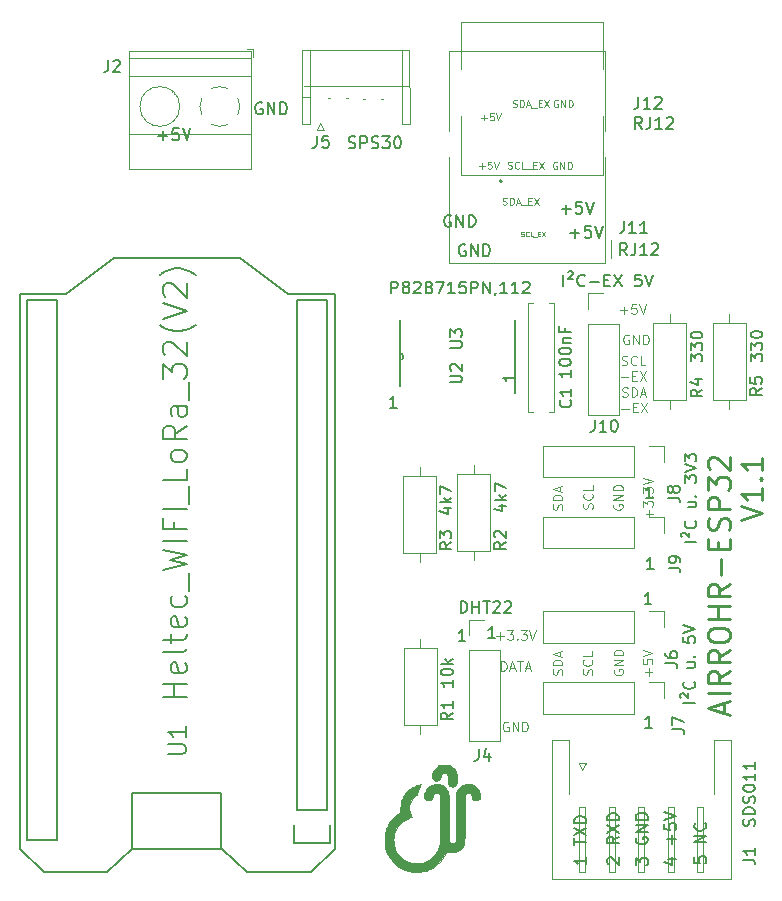
<source format=gbr>
G04 #@! TF.GenerationSoftware,KiCad,Pcbnew,5.1.5+dfsg1-2build2*
G04 #@! TF.CreationDate,2021-08-05T17:40:44+02:00*
G04 #@! TF.ProjectId,Airrohr_pcb,41697272-6f68-4725-9f70-63622e6b6963,rev?*
G04 #@! TF.SameCoordinates,Original*
G04 #@! TF.FileFunction,Legend,Top*
G04 #@! TF.FilePolarity,Positive*
%FSLAX46Y46*%
G04 Gerber Fmt 4.6, Leading zero omitted, Abs format (unit mm)*
G04 Created by KiCad (PCBNEW 5.1.5+dfsg1-2build2) date 2021-08-05 17:40:44*
%MOMM*%
%LPD*%
G04 APERTURE LIST*
%ADD10C,0.100000*%
%ADD11C,0.150000*%
%ADD12C,0.080000*%
%ADD13C,0.250000*%
%ADD14C,0.010000*%
%ADD15C,0.200000*%
%ADD16C,0.120000*%
%ADD17C,0.152400*%
G04 APERTURE END LIST*
D10*
X185411260Y-70867224D02*
X185411260Y-70067224D01*
X185601736Y-70067224D01*
X185716021Y-70105320D01*
X185792212Y-70181510D01*
X185830307Y-70257700D01*
X185868402Y-70410081D01*
X185868402Y-70524367D01*
X185830307Y-70676748D01*
X185792212Y-70752939D01*
X185716021Y-70829129D01*
X185601736Y-70867224D01*
X185411260Y-70867224D01*
X186173164Y-70638653D02*
X186554117Y-70638653D01*
X186096974Y-70867224D02*
X186363640Y-70067224D01*
X186630307Y-70867224D01*
X186782688Y-70067224D02*
X187239831Y-70067224D01*
X187011260Y-70867224D02*
X187011260Y-70067224D01*
X187468402Y-70638653D02*
X187849355Y-70638653D01*
X187392212Y-70867224D02*
X187658879Y-70067224D01*
X187925545Y-70867224D01*
X186001736Y-75243740D02*
X185925545Y-75205644D01*
X185811260Y-75205644D01*
X185696974Y-75243740D01*
X185620783Y-75319930D01*
X185582688Y-75396120D01*
X185544593Y-75548501D01*
X185544593Y-75662787D01*
X185582688Y-75815168D01*
X185620783Y-75891359D01*
X185696974Y-75967549D01*
X185811260Y-76005644D01*
X185887450Y-76005644D01*
X186001736Y-75967549D01*
X186039831Y-75929454D01*
X186039831Y-75662787D01*
X185887450Y-75662787D01*
X186382688Y-76005644D02*
X186382688Y-75205644D01*
X186839831Y-76005644D01*
X186839831Y-75205644D01*
X187220783Y-76005644D02*
X187220783Y-75205644D01*
X187411260Y-75205644D01*
X187525545Y-75243740D01*
X187601736Y-75319930D01*
X187639831Y-75396120D01*
X187677926Y-75548501D01*
X187677926Y-75662787D01*
X187639831Y-75815168D01*
X187601736Y-75891359D01*
X187525545Y-75967549D01*
X187411260Y-76005644D01*
X187220783Y-76005644D01*
X185011260Y-67915782D02*
X185620783Y-67915782D01*
X185316021Y-68220544D02*
X185316021Y-67611020D01*
X185925545Y-67420544D02*
X186420783Y-67420544D01*
X186154117Y-67725306D01*
X186268402Y-67725306D01*
X186344593Y-67763401D01*
X186382688Y-67801497D01*
X186420783Y-67877687D01*
X186420783Y-68068163D01*
X186382688Y-68144354D01*
X186344593Y-68182449D01*
X186268402Y-68220544D01*
X186039831Y-68220544D01*
X185963640Y-68182449D01*
X185925545Y-68144354D01*
X186763640Y-68144354D02*
X186801736Y-68182449D01*
X186763640Y-68220544D01*
X186725545Y-68182449D01*
X186763640Y-68144354D01*
X186763640Y-68220544D01*
X187068402Y-67420544D02*
X187563640Y-67420544D01*
X187296974Y-67725306D01*
X187411260Y-67725306D01*
X187487450Y-67763401D01*
X187525545Y-67801497D01*
X187563640Y-67877687D01*
X187563640Y-68068163D01*
X187525545Y-68144354D01*
X187487450Y-68182449D01*
X187411260Y-68220544D01*
X187182688Y-68220544D01*
X187106498Y-68182449D01*
X187068402Y-68144354D01*
X187792212Y-67420544D02*
X188058879Y-68220544D01*
X188325545Y-67420544D01*
D11*
X198179654Y-75694800D02*
X197608225Y-75694800D01*
X197893940Y-75694800D02*
X197893940Y-74694800D01*
X197798701Y-74837658D01*
X197703463Y-74932896D01*
X197608225Y-74980515D01*
D10*
X197918062Y-71282431D02*
X197918062Y-70672907D01*
X198222824Y-70977669D02*
X197613300Y-70977669D01*
X197422824Y-69911002D02*
X197422824Y-70291955D01*
X197803777Y-70330050D01*
X197765681Y-70291955D01*
X197727586Y-70215764D01*
X197727586Y-70025288D01*
X197765681Y-69949098D01*
X197803777Y-69911002D01*
X197879967Y-69872907D01*
X198070443Y-69872907D01*
X198146634Y-69911002D01*
X198184729Y-69949098D01*
X198222824Y-70025288D01*
X198222824Y-70215764D01*
X198184729Y-70291955D01*
X198146634Y-70330050D01*
X197422824Y-69644336D02*
X198222824Y-69377669D01*
X197422824Y-69111002D01*
X194986960Y-70764323D02*
X194948864Y-70840514D01*
X194948864Y-70954800D01*
X194986960Y-71069085D01*
X195063150Y-71145276D01*
X195139340Y-71183371D01*
X195291721Y-71221466D01*
X195406007Y-71221466D01*
X195558388Y-71183371D01*
X195634579Y-71145276D01*
X195710769Y-71069085D01*
X195748864Y-70954800D01*
X195748864Y-70878609D01*
X195710769Y-70764323D01*
X195672674Y-70726228D01*
X195406007Y-70726228D01*
X195406007Y-70878609D01*
X195748864Y-70383371D02*
X194948864Y-70383371D01*
X195748864Y-69926228D01*
X194948864Y-69926228D01*
X195748864Y-69545276D02*
X194948864Y-69545276D01*
X194948864Y-69354800D01*
X194986960Y-69240514D01*
X195063150Y-69164323D01*
X195139340Y-69126228D01*
X195291721Y-69088133D01*
X195406007Y-69088133D01*
X195558388Y-69126228D01*
X195634579Y-69164323D01*
X195710769Y-69240514D01*
X195748864Y-69354800D01*
X195748864Y-69545276D01*
X193104729Y-71206240D02*
X193142824Y-71091955D01*
X193142824Y-70901479D01*
X193104729Y-70825288D01*
X193066634Y-70787193D01*
X192990443Y-70749098D01*
X192914253Y-70749098D01*
X192838062Y-70787193D01*
X192799967Y-70825288D01*
X192761872Y-70901479D01*
X192723777Y-71053860D01*
X192685681Y-71130050D01*
X192647586Y-71168145D01*
X192571396Y-71206240D01*
X192495205Y-71206240D01*
X192419015Y-71168145D01*
X192380920Y-71130050D01*
X192342824Y-71053860D01*
X192342824Y-70863383D01*
X192380920Y-70749098D01*
X193066634Y-69949098D02*
X193104729Y-69987193D01*
X193142824Y-70101479D01*
X193142824Y-70177669D01*
X193104729Y-70291955D01*
X193028539Y-70368145D01*
X192952348Y-70406240D01*
X192799967Y-70444336D01*
X192685681Y-70444336D01*
X192533300Y-70406240D01*
X192457110Y-70368145D01*
X192380920Y-70291955D01*
X192342824Y-70177669D01*
X192342824Y-70101479D01*
X192380920Y-69987193D01*
X192419015Y-69949098D01*
X193142824Y-69225288D02*
X193142824Y-69606240D01*
X192342824Y-69606240D01*
X190564729Y-71192268D02*
X190602824Y-71077982D01*
X190602824Y-70887506D01*
X190564729Y-70811316D01*
X190526634Y-70773220D01*
X190450443Y-70735125D01*
X190374253Y-70735125D01*
X190298062Y-70773220D01*
X190259967Y-70811316D01*
X190221872Y-70887506D01*
X190183777Y-71039887D01*
X190145681Y-71116078D01*
X190107586Y-71154173D01*
X190031396Y-71192268D01*
X189955205Y-71192268D01*
X189879015Y-71154173D01*
X189840920Y-71116078D01*
X189802824Y-71039887D01*
X189802824Y-70849411D01*
X189840920Y-70735125D01*
X190602824Y-70392268D02*
X189802824Y-70392268D01*
X189802824Y-70201792D01*
X189840920Y-70087506D01*
X189917110Y-70011316D01*
X189993300Y-69973220D01*
X190145681Y-69935125D01*
X190259967Y-69935125D01*
X190412348Y-69973220D01*
X190488539Y-70011316D01*
X190564729Y-70087506D01*
X190602824Y-70201792D01*
X190602824Y-70392268D01*
X190374253Y-69630363D02*
X190374253Y-69249411D01*
X190602824Y-69706554D02*
X189802824Y-69439887D01*
X190602824Y-69173220D01*
X190564729Y-57219728D02*
X190602824Y-57105442D01*
X190602824Y-56914966D01*
X190564729Y-56838776D01*
X190526634Y-56800680D01*
X190450443Y-56762585D01*
X190374253Y-56762585D01*
X190298062Y-56800680D01*
X190259967Y-56838776D01*
X190221872Y-56914966D01*
X190183777Y-57067347D01*
X190145681Y-57143538D01*
X190107586Y-57181633D01*
X190031396Y-57219728D01*
X189955205Y-57219728D01*
X189879015Y-57181633D01*
X189840920Y-57143538D01*
X189802824Y-57067347D01*
X189802824Y-56876871D01*
X189840920Y-56762585D01*
X190602824Y-56419728D02*
X189802824Y-56419728D01*
X189802824Y-56229252D01*
X189840920Y-56114966D01*
X189917110Y-56038776D01*
X189993300Y-56000680D01*
X190145681Y-55962585D01*
X190259967Y-55962585D01*
X190412348Y-56000680D01*
X190488539Y-56038776D01*
X190564729Y-56114966D01*
X190602824Y-56229252D01*
X190602824Y-56419728D01*
X190374253Y-55657823D02*
X190374253Y-55276871D01*
X190602824Y-55734014D02*
X189802824Y-55467347D01*
X190602824Y-55200680D01*
X193137749Y-57129560D02*
X193175844Y-57015275D01*
X193175844Y-56824799D01*
X193137749Y-56748608D01*
X193099654Y-56710513D01*
X193023463Y-56672418D01*
X192947273Y-56672418D01*
X192871082Y-56710513D01*
X192832987Y-56748608D01*
X192794892Y-56824799D01*
X192756797Y-56977180D01*
X192718701Y-57053370D01*
X192680606Y-57091465D01*
X192604416Y-57129560D01*
X192528225Y-57129560D01*
X192452035Y-57091465D01*
X192413940Y-57053370D01*
X192375844Y-56977180D01*
X192375844Y-56786703D01*
X192413940Y-56672418D01*
X193099654Y-55872418D02*
X193137749Y-55910513D01*
X193175844Y-56024799D01*
X193175844Y-56100989D01*
X193137749Y-56215275D01*
X193061559Y-56291465D01*
X192985368Y-56329560D01*
X192832987Y-56367656D01*
X192718701Y-56367656D01*
X192566320Y-56329560D01*
X192490130Y-56291465D01*
X192413940Y-56215275D01*
X192375844Y-56100989D01*
X192375844Y-56024799D01*
X192413940Y-55910513D01*
X192452035Y-55872418D01*
X193175844Y-55148608D02*
X193175844Y-55529560D01*
X192375844Y-55529560D01*
X194953940Y-56786703D02*
X194915844Y-56862894D01*
X194915844Y-56977180D01*
X194953940Y-57091465D01*
X195030130Y-57167656D01*
X195106320Y-57205751D01*
X195258701Y-57243846D01*
X195372987Y-57243846D01*
X195525368Y-57205751D01*
X195601559Y-57167656D01*
X195677749Y-57091465D01*
X195715844Y-56977180D01*
X195715844Y-56900989D01*
X195677749Y-56786703D01*
X195639654Y-56748608D01*
X195372987Y-56748608D01*
X195372987Y-56900989D01*
X195715844Y-56405751D02*
X194915844Y-56405751D01*
X195715844Y-55948608D01*
X194915844Y-55948608D01*
X195715844Y-55567656D02*
X194915844Y-55567656D01*
X194915844Y-55377180D01*
X194953940Y-55262894D01*
X195030130Y-55186703D01*
X195106320Y-55148608D01*
X195258701Y-55110513D01*
X195372987Y-55110513D01*
X195525368Y-55148608D01*
X195601559Y-55186703D01*
X195677749Y-55262894D01*
X195715844Y-55377180D01*
X195715844Y-55567656D01*
X197951082Y-57876240D02*
X197951082Y-57266716D01*
X198255844Y-57571478D02*
X197646320Y-57571478D01*
X197455844Y-56961954D02*
X197455844Y-56466716D01*
X197760606Y-56733382D01*
X197760606Y-56619097D01*
X197798701Y-56542906D01*
X197836797Y-56504811D01*
X197912987Y-56466716D01*
X198103463Y-56466716D01*
X198179654Y-56504811D01*
X198217749Y-56542906D01*
X198255844Y-56619097D01*
X198255844Y-56847668D01*
X198217749Y-56923859D01*
X198179654Y-56961954D01*
X198179654Y-56123859D02*
X198217749Y-56085763D01*
X198255844Y-56123859D01*
X198217749Y-56161954D01*
X198179654Y-56123859D01*
X198255844Y-56123859D01*
X197455844Y-55819097D02*
X197455844Y-55323859D01*
X197760606Y-55590525D01*
X197760606Y-55476240D01*
X197798701Y-55400049D01*
X197836797Y-55361954D01*
X197912987Y-55323859D01*
X198103463Y-55323859D01*
X198179654Y-55361954D01*
X198217749Y-55400049D01*
X198255844Y-55476240D01*
X198255844Y-55704811D01*
X198217749Y-55781001D01*
X198179654Y-55819097D01*
X197455844Y-55095287D02*
X198255844Y-54828620D01*
X197455844Y-54561954D01*
X195667751Y-47634089D02*
X195782037Y-47672184D01*
X195972513Y-47672184D01*
X196048703Y-47634089D01*
X196086799Y-47595994D01*
X196124894Y-47519803D01*
X196124894Y-47443613D01*
X196086799Y-47367422D01*
X196048703Y-47329327D01*
X195972513Y-47291232D01*
X195820132Y-47253137D01*
X195743941Y-47215041D01*
X195705846Y-47176946D01*
X195667751Y-47100756D01*
X195667751Y-47024565D01*
X195705846Y-46948375D01*
X195743941Y-46910280D01*
X195820132Y-46872184D01*
X196010608Y-46872184D01*
X196124894Y-46910280D01*
X196467751Y-47672184D02*
X196467751Y-46872184D01*
X196658227Y-46872184D01*
X196772513Y-46910280D01*
X196848703Y-46986470D01*
X196886799Y-47062660D01*
X196924894Y-47215041D01*
X196924894Y-47329327D01*
X196886799Y-47481708D01*
X196848703Y-47557899D01*
X196772513Y-47634089D01*
X196658227Y-47672184D01*
X196467751Y-47672184D01*
X197229656Y-47443613D02*
X197610608Y-47443613D01*
X197153465Y-47672184D02*
X197420132Y-46872184D01*
X197686799Y-47672184D01*
X195591560Y-48667422D02*
X196201084Y-48667422D01*
X196582037Y-48553137D02*
X196848703Y-48553137D01*
X196962989Y-48972184D02*
X196582037Y-48972184D01*
X196582037Y-48172184D01*
X196962989Y-48172184D01*
X197229656Y-48172184D02*
X197762989Y-48972184D01*
X197762989Y-48172184D02*
X197229656Y-48972184D01*
X195620759Y-44964549D02*
X195735044Y-45002644D01*
X195925520Y-45002644D01*
X196001711Y-44964549D01*
X196039806Y-44926454D01*
X196077901Y-44850263D01*
X196077901Y-44774073D01*
X196039806Y-44697882D01*
X196001711Y-44659787D01*
X195925520Y-44621692D01*
X195773140Y-44583597D01*
X195696949Y-44545501D01*
X195658854Y-44507406D01*
X195620759Y-44431216D01*
X195620759Y-44355025D01*
X195658854Y-44278835D01*
X195696949Y-44240740D01*
X195773140Y-44202644D01*
X195963616Y-44202644D01*
X196077901Y-44240740D01*
X196877901Y-44926454D02*
X196839806Y-44964549D01*
X196725520Y-45002644D01*
X196649330Y-45002644D01*
X196535044Y-44964549D01*
X196458854Y-44888359D01*
X196420759Y-44812168D01*
X196382663Y-44659787D01*
X196382663Y-44545501D01*
X196420759Y-44393120D01*
X196458854Y-44316930D01*
X196535044Y-44240740D01*
X196649330Y-44202644D01*
X196725520Y-44202644D01*
X196839806Y-44240740D01*
X196877901Y-44278835D01*
X197601711Y-45002644D02*
X197220759Y-45002644D01*
X197220759Y-44202644D01*
X195525520Y-45997882D02*
X196135044Y-45997882D01*
X196515997Y-45883597D02*
X196782663Y-45883597D01*
X196896949Y-46302644D02*
X196515997Y-46302644D01*
X196515997Y-45502644D01*
X196896949Y-45502644D01*
X197163616Y-45502644D02*
X197696949Y-46302644D01*
X197696949Y-45502644D02*
X197163616Y-46302644D01*
X196227776Y-42480280D02*
X196151585Y-42442184D01*
X196037300Y-42442184D01*
X195923014Y-42480280D01*
X195846823Y-42556470D01*
X195808728Y-42632660D01*
X195770633Y-42785041D01*
X195770633Y-42899327D01*
X195808728Y-43051708D01*
X195846823Y-43127899D01*
X195923014Y-43204089D01*
X196037300Y-43242184D01*
X196113490Y-43242184D01*
X196227776Y-43204089D01*
X196265871Y-43165994D01*
X196265871Y-42899327D01*
X196113490Y-42899327D01*
X196608728Y-43242184D02*
X196608728Y-42442184D01*
X197065871Y-43242184D01*
X197065871Y-42442184D01*
X197446823Y-43242184D02*
X197446823Y-42442184D01*
X197637300Y-42442184D01*
X197751585Y-42480280D01*
X197827776Y-42556470D01*
X197865871Y-42632660D01*
X197903966Y-42785041D01*
X197903966Y-42899327D01*
X197865871Y-43051708D01*
X197827776Y-43127899D01*
X197751585Y-43204089D01*
X197637300Y-43242184D01*
X197446823Y-43242184D01*
X195478528Y-40333922D02*
X196088052Y-40333922D01*
X195783290Y-40638684D02*
X195783290Y-40029160D01*
X196849957Y-39838684D02*
X196469004Y-39838684D01*
X196430909Y-40219637D01*
X196469004Y-40181541D01*
X196545195Y-40143446D01*
X196735671Y-40143446D01*
X196811861Y-40181541D01*
X196849957Y-40219637D01*
X196888052Y-40295827D01*
X196888052Y-40486303D01*
X196849957Y-40562494D01*
X196811861Y-40600589D01*
X196735671Y-40638684D01*
X196545195Y-40638684D01*
X196469004Y-40600589D01*
X196430909Y-40562494D01*
X197116623Y-39838684D02*
X197383290Y-40638684D01*
X197649957Y-39838684D01*
X185997720Y-28320017D02*
X186083434Y-28348588D01*
X186226291Y-28348588D01*
X186283434Y-28320017D01*
X186312005Y-28291445D01*
X186340577Y-28234302D01*
X186340577Y-28177160D01*
X186312005Y-28120017D01*
X186283434Y-28091445D01*
X186226291Y-28062874D01*
X186112005Y-28034302D01*
X186054862Y-28005731D01*
X186026291Y-27977160D01*
X185997720Y-27920017D01*
X185997720Y-27862874D01*
X186026291Y-27805731D01*
X186054862Y-27777160D01*
X186112005Y-27748588D01*
X186254862Y-27748588D01*
X186340577Y-27777160D01*
X186940577Y-28291445D02*
X186912005Y-28320017D01*
X186826291Y-28348588D01*
X186769148Y-28348588D01*
X186683434Y-28320017D01*
X186626291Y-28262874D01*
X186597720Y-28205731D01*
X186569148Y-28091445D01*
X186569148Y-28005731D01*
X186597720Y-27891445D01*
X186626291Y-27834302D01*
X186683434Y-27777160D01*
X186769148Y-27748588D01*
X186826291Y-27748588D01*
X186912005Y-27777160D01*
X186940577Y-27805731D01*
X187483434Y-28348588D02*
X187197720Y-28348588D01*
X187197720Y-27748588D01*
X187540577Y-28405731D02*
X187997720Y-28405731D01*
X188140577Y-28034302D02*
X188340577Y-28034302D01*
X188426291Y-28348588D02*
X188140577Y-28348588D01*
X188140577Y-27748588D01*
X188426291Y-27748588D01*
X188626291Y-27748588D02*
X189026291Y-28348588D01*
X189026291Y-27748588D02*
X188626291Y-28348588D01*
X186410154Y-23102857D02*
X186495868Y-23131428D01*
X186638725Y-23131428D01*
X186695868Y-23102857D01*
X186724440Y-23074285D01*
X186753011Y-23017142D01*
X186753011Y-22960000D01*
X186724440Y-22902857D01*
X186695868Y-22874285D01*
X186638725Y-22845714D01*
X186524440Y-22817142D01*
X186467297Y-22788571D01*
X186438725Y-22760000D01*
X186410154Y-22702857D01*
X186410154Y-22645714D01*
X186438725Y-22588571D01*
X186467297Y-22560000D01*
X186524440Y-22531428D01*
X186667297Y-22531428D01*
X186753011Y-22560000D01*
X187010154Y-23131428D02*
X187010154Y-22531428D01*
X187153011Y-22531428D01*
X187238725Y-22560000D01*
X187295868Y-22617142D01*
X187324440Y-22674285D01*
X187353011Y-22788571D01*
X187353011Y-22874285D01*
X187324440Y-22988571D01*
X187295868Y-23045714D01*
X187238725Y-23102857D01*
X187153011Y-23131428D01*
X187010154Y-23131428D01*
X187581582Y-22960000D02*
X187867297Y-22960000D01*
X187524440Y-23131428D02*
X187724440Y-22531428D01*
X187924440Y-23131428D01*
X187981582Y-23188571D02*
X188438725Y-23188571D01*
X188581582Y-22817142D02*
X188781582Y-22817142D01*
X188867297Y-23131428D02*
X188581582Y-23131428D01*
X188581582Y-22531428D01*
X188867297Y-22531428D01*
X189067297Y-22531428D02*
X189467297Y-23131428D01*
X189467297Y-22531428D02*
X189067297Y-23131428D01*
X183561451Y-28140337D02*
X184018594Y-28140337D01*
X183790022Y-28368908D02*
X183790022Y-27911765D01*
X184590022Y-27768908D02*
X184304308Y-27768908D01*
X184275737Y-28054622D01*
X184304308Y-28026051D01*
X184361451Y-27997480D01*
X184504308Y-27997480D01*
X184561451Y-28026051D01*
X184590022Y-28054622D01*
X184618594Y-28111765D01*
X184618594Y-28254622D01*
X184590022Y-28311765D01*
X184561451Y-28340337D01*
X184504308Y-28368908D01*
X184361451Y-28368908D01*
X184304308Y-28340337D01*
X184275737Y-28311765D01*
X184790022Y-27768908D02*
X184990022Y-28368908D01*
X185190022Y-27768908D01*
X183744331Y-24038237D02*
X184201474Y-24038237D01*
X183972902Y-24266808D02*
X183972902Y-23809665D01*
X184772902Y-23666808D02*
X184487188Y-23666808D01*
X184458617Y-23952522D01*
X184487188Y-23923951D01*
X184544331Y-23895380D01*
X184687188Y-23895380D01*
X184744331Y-23923951D01*
X184772902Y-23952522D01*
X184801474Y-24009665D01*
X184801474Y-24152522D01*
X184772902Y-24209665D01*
X184744331Y-24238237D01*
X184687188Y-24266808D01*
X184544331Y-24266808D01*
X184487188Y-24238237D01*
X184458617Y-24209665D01*
X184972902Y-23666808D02*
X185172902Y-24266808D01*
X185372902Y-23666808D01*
X190207957Y-22580320D02*
X190150814Y-22551748D01*
X190065100Y-22551748D01*
X189979385Y-22580320D01*
X189922242Y-22637462D01*
X189893671Y-22694605D01*
X189865100Y-22808891D01*
X189865100Y-22894605D01*
X189893671Y-23008891D01*
X189922242Y-23066034D01*
X189979385Y-23123177D01*
X190065100Y-23151748D01*
X190122242Y-23151748D01*
X190207957Y-23123177D01*
X190236528Y-23094605D01*
X190236528Y-22894605D01*
X190122242Y-22894605D01*
X190493671Y-23151748D02*
X190493671Y-22551748D01*
X190836528Y-23151748D01*
X190836528Y-22551748D01*
X191122242Y-23151748D02*
X191122242Y-22551748D01*
X191265100Y-22551748D01*
X191350814Y-22580320D01*
X191407957Y-22637462D01*
X191436528Y-22694605D01*
X191465100Y-22808891D01*
X191465100Y-22894605D01*
X191436528Y-23008891D01*
X191407957Y-23066034D01*
X191350814Y-23123177D01*
X191265100Y-23151748D01*
X191122242Y-23151748D01*
X190146997Y-27817800D02*
X190089854Y-27789228D01*
X190004140Y-27789228D01*
X189918425Y-27817800D01*
X189861282Y-27874942D01*
X189832711Y-27932085D01*
X189804140Y-28046371D01*
X189804140Y-28132085D01*
X189832711Y-28246371D01*
X189861282Y-28303514D01*
X189918425Y-28360657D01*
X190004140Y-28389228D01*
X190061282Y-28389228D01*
X190146997Y-28360657D01*
X190175568Y-28332085D01*
X190175568Y-28132085D01*
X190061282Y-28132085D01*
X190432711Y-28389228D02*
X190432711Y-27789228D01*
X190775568Y-28389228D01*
X190775568Y-27789228D01*
X191061282Y-28389228D02*
X191061282Y-27789228D01*
X191204140Y-27789228D01*
X191289854Y-27817800D01*
X191346997Y-27874942D01*
X191375568Y-27932085D01*
X191404140Y-28046371D01*
X191404140Y-28132085D01*
X191375568Y-28246371D01*
X191346997Y-28303514D01*
X191289854Y-28360657D01*
X191204140Y-28389228D01*
X191061282Y-28389228D01*
D12*
X187117480Y-34073444D02*
X187174622Y-34092492D01*
X187269860Y-34092492D01*
X187307956Y-34073444D01*
X187327003Y-34054397D01*
X187346051Y-34016301D01*
X187346051Y-33978206D01*
X187327003Y-33940111D01*
X187307956Y-33921063D01*
X187269860Y-33902016D01*
X187193670Y-33882968D01*
X187155575Y-33863920D01*
X187136527Y-33844873D01*
X187117480Y-33806778D01*
X187117480Y-33768682D01*
X187136527Y-33730587D01*
X187155575Y-33711540D01*
X187193670Y-33692492D01*
X187288908Y-33692492D01*
X187346051Y-33711540D01*
X187746051Y-34054397D02*
X187727003Y-34073444D01*
X187669860Y-34092492D01*
X187631765Y-34092492D01*
X187574622Y-34073444D01*
X187536527Y-34035349D01*
X187517480Y-33997254D01*
X187498432Y-33921063D01*
X187498432Y-33863920D01*
X187517480Y-33787730D01*
X187536527Y-33749635D01*
X187574622Y-33711540D01*
X187631765Y-33692492D01*
X187669860Y-33692492D01*
X187727003Y-33711540D01*
X187746051Y-33730587D01*
X188107956Y-34092492D02*
X187917480Y-34092492D01*
X187917480Y-33692492D01*
X188146051Y-34130587D02*
X188450813Y-34130587D01*
X188546051Y-33882968D02*
X188679384Y-33882968D01*
X188736527Y-34092492D02*
X188546051Y-34092492D01*
X188546051Y-33692492D01*
X188736527Y-33692492D01*
X188869860Y-33692492D02*
X189136527Y-34092492D01*
X189136527Y-33692492D02*
X188869860Y-34092492D01*
D10*
X185549094Y-31383257D02*
X185634808Y-31411828D01*
X185777665Y-31411828D01*
X185834808Y-31383257D01*
X185863380Y-31354685D01*
X185891951Y-31297542D01*
X185891951Y-31240400D01*
X185863380Y-31183257D01*
X185834808Y-31154685D01*
X185777665Y-31126114D01*
X185663380Y-31097542D01*
X185606237Y-31068971D01*
X185577665Y-31040400D01*
X185549094Y-30983257D01*
X185549094Y-30926114D01*
X185577665Y-30868971D01*
X185606237Y-30840400D01*
X185663380Y-30811828D01*
X185806237Y-30811828D01*
X185891951Y-30840400D01*
X186149094Y-31411828D02*
X186149094Y-30811828D01*
X186291951Y-30811828D01*
X186377665Y-30840400D01*
X186434808Y-30897542D01*
X186463380Y-30954685D01*
X186491951Y-31068971D01*
X186491951Y-31154685D01*
X186463380Y-31268971D01*
X186434808Y-31326114D01*
X186377665Y-31383257D01*
X186291951Y-31411828D01*
X186149094Y-31411828D01*
X186720522Y-31240400D02*
X187006237Y-31240400D01*
X186663380Y-31411828D02*
X186863380Y-30811828D01*
X187063380Y-31411828D01*
X187120522Y-31468971D02*
X187577665Y-31468971D01*
X187720522Y-31097542D02*
X187920522Y-31097542D01*
X188006237Y-31411828D02*
X187720522Y-31411828D01*
X187720522Y-30811828D01*
X188006237Y-30811828D01*
X188206237Y-30811828D02*
X188606237Y-31411828D01*
X188606237Y-30811828D02*
X188206237Y-31411828D01*
D11*
X191284385Y-33817868D02*
X192046290Y-33817868D01*
X191665338Y-34198820D02*
X191665338Y-33436916D01*
X192998671Y-33198820D02*
X192522480Y-33198820D01*
X192474861Y-33675011D01*
X192522480Y-33627392D01*
X192617719Y-33579773D01*
X192855814Y-33579773D01*
X192951052Y-33627392D01*
X192998671Y-33675011D01*
X193046290Y-33770249D01*
X193046290Y-34008344D01*
X192998671Y-34103582D01*
X192951052Y-34151201D01*
X192855814Y-34198820D01*
X192617719Y-34198820D01*
X192522480Y-34151201D01*
X192474861Y-34103582D01*
X193332004Y-33198820D02*
X193665338Y-34198820D01*
X193998671Y-33198820D01*
X190527465Y-31770628D02*
X191289370Y-31770628D01*
X190908418Y-32151580D02*
X190908418Y-31389676D01*
X192241751Y-31151580D02*
X191765560Y-31151580D01*
X191717941Y-31627771D01*
X191765560Y-31580152D01*
X191860799Y-31532533D01*
X192098894Y-31532533D01*
X192194132Y-31580152D01*
X192241751Y-31627771D01*
X192289370Y-31723009D01*
X192289370Y-31961104D01*
X192241751Y-32056342D01*
X192194132Y-32103961D01*
X192098894Y-32151580D01*
X191860799Y-32151580D01*
X191765560Y-32103961D01*
X191717941Y-32056342D01*
X192575084Y-31151580D02*
X192908418Y-32151580D01*
X193241751Y-31151580D01*
X182374635Y-34803460D02*
X182279397Y-34755840D01*
X182136540Y-34755840D01*
X181993682Y-34803460D01*
X181898444Y-34898698D01*
X181850825Y-34993936D01*
X181803206Y-35184412D01*
X181803206Y-35327269D01*
X181850825Y-35517745D01*
X181898444Y-35612983D01*
X181993682Y-35708221D01*
X182136540Y-35755840D01*
X182231778Y-35755840D01*
X182374635Y-35708221D01*
X182422254Y-35660602D01*
X182422254Y-35327269D01*
X182231778Y-35327269D01*
X182850825Y-35755840D02*
X182850825Y-34755840D01*
X183422254Y-35755840D01*
X183422254Y-34755840D01*
X183898444Y-35755840D02*
X183898444Y-34755840D01*
X184136540Y-34755840D01*
X184279397Y-34803460D01*
X184374635Y-34898698D01*
X184422254Y-34993936D01*
X184469873Y-35184412D01*
X184469873Y-35327269D01*
X184422254Y-35517745D01*
X184374635Y-35612983D01*
X184279397Y-35708221D01*
X184136540Y-35755840D01*
X183898444Y-35755840D01*
X181155435Y-32329500D02*
X181060197Y-32281880D01*
X180917340Y-32281880D01*
X180774482Y-32329500D01*
X180679244Y-32424738D01*
X180631625Y-32519976D01*
X180584006Y-32710452D01*
X180584006Y-32853309D01*
X180631625Y-33043785D01*
X180679244Y-33139023D01*
X180774482Y-33234261D01*
X180917340Y-33281880D01*
X181012578Y-33281880D01*
X181155435Y-33234261D01*
X181203054Y-33186642D01*
X181203054Y-32853309D01*
X181012578Y-32853309D01*
X181631625Y-33281880D02*
X181631625Y-32281880D01*
X182203054Y-33281880D01*
X182203054Y-32281880D01*
X182679244Y-33281880D02*
X182679244Y-32281880D01*
X182917340Y-32281880D01*
X183060197Y-32329500D01*
X183155435Y-32424738D01*
X183203054Y-32519976D01*
X183250673Y-32710452D01*
X183250673Y-32853309D01*
X183203054Y-33043785D01*
X183155435Y-33139023D01*
X183060197Y-33234261D01*
X182917340Y-33281880D01*
X182679244Y-33281880D01*
X196064950Y-35679640D02*
X195731617Y-35203450D01*
X195493521Y-35679640D02*
X195493521Y-34679640D01*
X195874474Y-34679640D01*
X195969712Y-34727260D01*
X196017331Y-34774879D01*
X196064950Y-34870117D01*
X196064950Y-35012974D01*
X196017331Y-35108212D01*
X195969712Y-35155831D01*
X195874474Y-35203450D01*
X195493521Y-35203450D01*
X196779236Y-34679640D02*
X196779236Y-35393926D01*
X196731617Y-35536783D01*
X196636379Y-35632021D01*
X196493521Y-35679640D01*
X196398283Y-35679640D01*
X197779236Y-35679640D02*
X197207807Y-35679640D01*
X197493521Y-35679640D02*
X197493521Y-34679640D01*
X197398283Y-34822498D01*
X197303045Y-34917736D01*
X197207807Y-34965355D01*
X198160188Y-34774879D02*
X198207807Y-34727260D01*
X198303045Y-34679640D01*
X198541140Y-34679640D01*
X198636379Y-34727260D01*
X198683998Y-34774879D01*
X198731617Y-34870117D01*
X198731617Y-34965355D01*
X198683998Y-35108212D01*
X198112569Y-35679640D01*
X198731617Y-35679640D01*
X182378314Y-68344040D02*
X181806885Y-68344040D01*
X182092600Y-68344040D02*
X182092600Y-67344040D01*
X181997361Y-67486898D01*
X181902123Y-67582136D01*
X181806885Y-67629755D01*
X201841360Y-73593555D02*
X200841360Y-73593555D01*
X200603265Y-73164983D02*
X200555646Y-73069745D01*
X200555646Y-72926888D01*
X200603265Y-72831650D01*
X200698503Y-72784031D01*
X200793741Y-72784031D01*
X200888980Y-72831650D01*
X201222313Y-73164983D01*
X201222313Y-72784031D01*
X201746122Y-71784031D02*
X201793741Y-71831650D01*
X201841360Y-71974507D01*
X201841360Y-72069745D01*
X201793741Y-72212602D01*
X201698503Y-72307840D01*
X201603265Y-72355460D01*
X201412789Y-72403079D01*
X201269932Y-72403079D01*
X201079456Y-72355460D01*
X200984218Y-72307840D01*
X200888980Y-72212602D01*
X200841360Y-72069745D01*
X200841360Y-71974507D01*
X200888980Y-71831650D01*
X200936599Y-71784031D01*
X201174694Y-70164983D02*
X201841360Y-70164983D01*
X201174694Y-70593555D02*
X201698503Y-70593555D01*
X201793741Y-70545936D01*
X201841360Y-70450698D01*
X201841360Y-70307840D01*
X201793741Y-70212602D01*
X201746122Y-70164983D01*
X201746122Y-69688793D02*
X201793741Y-69641174D01*
X201841360Y-69688793D01*
X201793741Y-69736412D01*
X201746122Y-69688793D01*
X201841360Y-69688793D01*
X200841360Y-67974507D02*
X200841360Y-68450698D01*
X201317551Y-68498317D01*
X201269932Y-68450698D01*
X201222313Y-68355460D01*
X201222313Y-68117364D01*
X201269932Y-68022126D01*
X201317551Y-67974507D01*
X201412789Y-67926888D01*
X201650884Y-67926888D01*
X201746122Y-67974507D01*
X201793741Y-68022126D01*
X201841360Y-68117364D01*
X201841360Y-68355460D01*
X201793741Y-68450698D01*
X201746122Y-68498317D01*
X200841360Y-67641174D02*
X201841360Y-67307840D01*
X200841360Y-66974507D01*
X198128854Y-65230000D02*
X197557425Y-65230000D01*
X197843140Y-65230000D02*
X197843140Y-64230000D01*
X197747901Y-64372858D01*
X197652663Y-64468096D01*
X197557425Y-64515715D01*
X198245694Y-56273960D02*
X197674265Y-56273960D01*
X197959980Y-56273960D02*
X197959980Y-55273960D01*
X197864741Y-55416818D01*
X197769503Y-55512056D01*
X197674265Y-55559675D01*
X176576954Y-48613320D02*
X176005525Y-48613320D01*
X176291240Y-48613320D02*
X176291240Y-47613320D01*
X176196001Y-47756178D01*
X176100763Y-47851416D01*
X176005525Y-47899035D01*
X201940420Y-59993065D02*
X200940420Y-59993065D01*
X200702325Y-59564494D02*
X200654706Y-59469256D01*
X200654706Y-59326399D01*
X200702325Y-59231160D01*
X200797563Y-59183541D01*
X200892801Y-59183541D01*
X200988040Y-59231160D01*
X201321373Y-59564494D01*
X201321373Y-59183541D01*
X201845182Y-58183541D02*
X201892801Y-58231160D01*
X201940420Y-58374018D01*
X201940420Y-58469256D01*
X201892801Y-58612113D01*
X201797563Y-58707351D01*
X201702325Y-58754970D01*
X201511849Y-58802589D01*
X201368992Y-58802589D01*
X201178516Y-58754970D01*
X201083278Y-58707351D01*
X200988040Y-58612113D01*
X200940420Y-58469256D01*
X200940420Y-58374018D01*
X200988040Y-58231160D01*
X201035659Y-58183541D01*
X201273754Y-56564494D02*
X201940420Y-56564494D01*
X201273754Y-56993065D02*
X201797563Y-56993065D01*
X201892801Y-56945446D01*
X201940420Y-56850208D01*
X201940420Y-56707351D01*
X201892801Y-56612113D01*
X201845182Y-56564494D01*
X201845182Y-56088303D02*
X201892801Y-56040684D01*
X201940420Y-56088303D01*
X201892801Y-56135922D01*
X201845182Y-56088303D01*
X201940420Y-56088303D01*
X200940420Y-54945446D02*
X200940420Y-54326399D01*
X201321373Y-54659732D01*
X201321373Y-54516875D01*
X201368992Y-54421637D01*
X201416611Y-54374018D01*
X201511849Y-54326399D01*
X201749944Y-54326399D01*
X201845182Y-54374018D01*
X201892801Y-54421637D01*
X201940420Y-54516875D01*
X201940420Y-54802589D01*
X201892801Y-54897827D01*
X201845182Y-54945446D01*
X200940420Y-54040684D02*
X201940420Y-53707351D01*
X200940420Y-53374018D01*
X200940420Y-53135922D02*
X200940420Y-52516875D01*
X201321373Y-52850208D01*
X201321373Y-52707351D01*
X201368992Y-52612113D01*
X201416611Y-52564494D01*
X201511849Y-52516875D01*
X201749944Y-52516875D01*
X201845182Y-52564494D01*
X201892801Y-52612113D01*
X201940420Y-52707351D01*
X201940420Y-52993065D01*
X201892801Y-53088303D01*
X201845182Y-53135922D01*
X199556714Y-86804285D02*
X200223380Y-86804285D01*
X199175761Y-87042380D02*
X199890047Y-87280476D01*
X199890047Y-86661428D01*
X199842428Y-85518571D02*
X199842428Y-84756666D01*
X200223380Y-85137619D02*
X199461476Y-85137619D01*
X199223380Y-83804285D02*
X199223380Y-84280476D01*
X199699571Y-84328095D01*
X199651952Y-84280476D01*
X199604333Y-84185238D01*
X199604333Y-83947142D01*
X199651952Y-83851904D01*
X199699571Y-83804285D01*
X199794809Y-83756666D01*
X200032904Y-83756666D01*
X200128142Y-83804285D01*
X200175761Y-83851904D01*
X200223380Y-83947142D01*
X200223380Y-84185238D01*
X200175761Y-84280476D01*
X200128142Y-84328095D01*
X199223380Y-83470952D02*
X200223380Y-83137619D01*
X199223380Y-82804285D01*
D13*
X205686465Y-58125017D02*
X207486465Y-57525017D01*
X205686465Y-56925017D01*
X207486465Y-55382160D02*
X207486465Y-56410731D01*
X207486465Y-55896445D02*
X205686465Y-55896445D01*
X205943608Y-56067874D01*
X206115037Y-56239302D01*
X206200751Y-56410731D01*
X207315037Y-54610731D02*
X207400751Y-54525017D01*
X207486465Y-54610731D01*
X207400751Y-54696445D01*
X207315037Y-54610731D01*
X207486465Y-54610731D01*
X207486465Y-52810731D02*
X207486465Y-53839302D01*
X207486465Y-53325017D02*
X205686465Y-53325017D01*
X205943608Y-53496445D01*
X206115037Y-53667874D01*
X206200751Y-53839302D01*
D11*
X184905614Y-68112900D02*
X184334185Y-68112900D01*
X184619900Y-68112900D02*
X184619900Y-67112900D01*
X184524661Y-67255758D01*
X184429423Y-67350996D01*
X184334185Y-67398615D01*
X198314514Y-62250580D02*
X197743085Y-62250580D01*
X198028800Y-62250580D02*
X198028800Y-61250580D01*
X197933561Y-61393438D01*
X197838323Y-61488676D01*
X197743085Y-61536295D01*
D13*
X204241680Y-74416517D02*
X204241680Y-73559374D01*
X204755965Y-74587945D02*
X202955965Y-73987945D01*
X204755965Y-73387945D01*
X204755965Y-72787945D02*
X202955965Y-72787945D01*
X204755965Y-70902231D02*
X203898822Y-71502231D01*
X204755965Y-71930802D02*
X202955965Y-71930802D01*
X202955965Y-71245088D01*
X203041680Y-71073660D01*
X203127394Y-70987945D01*
X203298822Y-70902231D01*
X203555965Y-70902231D01*
X203727394Y-70987945D01*
X203813108Y-71073660D01*
X203898822Y-71245088D01*
X203898822Y-71930802D01*
X204755965Y-69102231D02*
X203898822Y-69702231D01*
X204755965Y-70130802D02*
X202955965Y-70130802D01*
X202955965Y-69445088D01*
X203041680Y-69273660D01*
X203127394Y-69187945D01*
X203298822Y-69102231D01*
X203555965Y-69102231D01*
X203727394Y-69187945D01*
X203813108Y-69273660D01*
X203898822Y-69445088D01*
X203898822Y-70130802D01*
X202955965Y-67987945D02*
X202955965Y-67645088D01*
X203041680Y-67473660D01*
X203213108Y-67302231D01*
X203555965Y-67216517D01*
X204155965Y-67216517D01*
X204498822Y-67302231D01*
X204670251Y-67473660D01*
X204755965Y-67645088D01*
X204755965Y-67987945D01*
X204670251Y-68159374D01*
X204498822Y-68330802D01*
X204155965Y-68416517D01*
X203555965Y-68416517D01*
X203213108Y-68330802D01*
X203041680Y-68159374D01*
X202955965Y-67987945D01*
X204755965Y-66445088D02*
X202955965Y-66445088D01*
X203813108Y-66445088D02*
X203813108Y-65416517D01*
X204755965Y-65416517D02*
X202955965Y-65416517D01*
X204755965Y-63530802D02*
X203898822Y-64130802D01*
X204755965Y-64559374D02*
X202955965Y-64559374D01*
X202955965Y-63873660D01*
X203041680Y-63702231D01*
X203127394Y-63616517D01*
X203298822Y-63530802D01*
X203555965Y-63530802D01*
X203727394Y-63616517D01*
X203813108Y-63702231D01*
X203898822Y-63873660D01*
X203898822Y-64559374D01*
X204070251Y-62759374D02*
X204070251Y-61387945D01*
X203813108Y-60530802D02*
X203813108Y-59930802D01*
X204755965Y-59673660D02*
X204755965Y-60530802D01*
X202955965Y-60530802D01*
X202955965Y-59673660D01*
X204670251Y-58987945D02*
X204755965Y-58730802D01*
X204755965Y-58302231D01*
X204670251Y-58130802D01*
X204584537Y-58045088D01*
X204413108Y-57959374D01*
X204241680Y-57959374D01*
X204070251Y-58045088D01*
X203984537Y-58130802D01*
X203898822Y-58302231D01*
X203813108Y-58645088D01*
X203727394Y-58816517D01*
X203641680Y-58902231D01*
X203470251Y-58987945D01*
X203298822Y-58987945D01*
X203127394Y-58902231D01*
X203041680Y-58816517D01*
X202955965Y-58645088D01*
X202955965Y-58216517D01*
X203041680Y-57959374D01*
X204755965Y-57187945D02*
X202955965Y-57187945D01*
X202955965Y-56502231D01*
X203041680Y-56330802D01*
X203127394Y-56245088D01*
X203298822Y-56159374D01*
X203555965Y-56159374D01*
X203727394Y-56245088D01*
X203813108Y-56330802D01*
X203898822Y-56502231D01*
X203898822Y-57187945D01*
X202955965Y-55559374D02*
X202955965Y-54445088D01*
X203641680Y-55045088D01*
X203641680Y-54787945D01*
X203727394Y-54616517D01*
X203813108Y-54530802D01*
X203984537Y-54445088D01*
X204413108Y-54445088D01*
X204584537Y-54530802D01*
X204670251Y-54616517D01*
X204755965Y-54787945D01*
X204755965Y-55302231D01*
X204670251Y-55473660D01*
X204584537Y-55559374D01*
X203127394Y-53759374D02*
X203041680Y-53673660D01*
X202955965Y-53502231D01*
X202955965Y-53073660D01*
X203041680Y-52902231D01*
X203127394Y-52816517D01*
X203298822Y-52730802D01*
X203470251Y-52730802D01*
X203727394Y-52816517D01*
X204755965Y-53845088D01*
X204755965Y-52730802D01*
D11*
X190682074Y-38318700D02*
X190682074Y-37318700D01*
X191110645Y-37080605D02*
X191205883Y-37032986D01*
X191348740Y-37032986D01*
X191443979Y-37080605D01*
X191491598Y-37175843D01*
X191491598Y-37271081D01*
X191443979Y-37366320D01*
X191110645Y-37699653D01*
X191491598Y-37699653D01*
X192491598Y-38223462D02*
X192443979Y-38271081D01*
X192301121Y-38318700D01*
X192205883Y-38318700D01*
X192063026Y-38271081D01*
X191967788Y-38175843D01*
X191920169Y-38080605D01*
X191872550Y-37890129D01*
X191872550Y-37747272D01*
X191920169Y-37556796D01*
X191967788Y-37461558D01*
X192063026Y-37366320D01*
X192205883Y-37318700D01*
X192301121Y-37318700D01*
X192443979Y-37366320D01*
X192491598Y-37413939D01*
X192920169Y-37937748D02*
X193682074Y-37937748D01*
X194158264Y-37794891D02*
X194491598Y-37794891D01*
X194634455Y-38318700D02*
X194158264Y-38318700D01*
X194158264Y-37318700D01*
X194634455Y-37318700D01*
X194967788Y-37318700D02*
X195634455Y-38318700D01*
X195634455Y-37318700D02*
X194967788Y-38318700D01*
X197253502Y-37318700D02*
X196777312Y-37318700D01*
X196729693Y-37794891D01*
X196777312Y-37747272D01*
X196872550Y-37699653D01*
X197110645Y-37699653D01*
X197205883Y-37747272D01*
X197253502Y-37794891D01*
X197301121Y-37890129D01*
X197301121Y-38128224D01*
X197253502Y-38223462D01*
X197205883Y-38271081D01*
X197110645Y-38318700D01*
X196872550Y-38318700D01*
X196777312Y-38271081D01*
X196729693Y-38223462D01*
X197586836Y-37318700D02*
X197920169Y-38318700D01*
X198253502Y-37318700D01*
X172502154Y-26579461D02*
X172645011Y-26627080D01*
X172883106Y-26627080D01*
X172978344Y-26579461D01*
X173025963Y-26531842D01*
X173073582Y-26436604D01*
X173073582Y-26341366D01*
X173025963Y-26246128D01*
X172978344Y-26198509D01*
X172883106Y-26150890D01*
X172692630Y-26103271D01*
X172597392Y-26055652D01*
X172549773Y-26008033D01*
X172502154Y-25912795D01*
X172502154Y-25817557D01*
X172549773Y-25722319D01*
X172597392Y-25674700D01*
X172692630Y-25627080D01*
X172930725Y-25627080D01*
X173073582Y-25674700D01*
X173502154Y-26627080D02*
X173502154Y-25627080D01*
X173883106Y-25627080D01*
X173978344Y-25674700D01*
X174025963Y-25722319D01*
X174073582Y-25817557D01*
X174073582Y-25960414D01*
X174025963Y-26055652D01*
X173978344Y-26103271D01*
X173883106Y-26150890D01*
X173502154Y-26150890D01*
X174454535Y-26579461D02*
X174597392Y-26627080D01*
X174835487Y-26627080D01*
X174930725Y-26579461D01*
X174978344Y-26531842D01*
X175025963Y-26436604D01*
X175025963Y-26341366D01*
X174978344Y-26246128D01*
X174930725Y-26198509D01*
X174835487Y-26150890D01*
X174645011Y-26103271D01*
X174549773Y-26055652D01*
X174502154Y-26008033D01*
X174454535Y-25912795D01*
X174454535Y-25817557D01*
X174502154Y-25722319D01*
X174549773Y-25674700D01*
X174645011Y-25627080D01*
X174883106Y-25627080D01*
X175025963Y-25674700D01*
X175359297Y-25627080D02*
X175978344Y-25627080D01*
X175645011Y-26008033D01*
X175787868Y-26008033D01*
X175883106Y-26055652D01*
X175930725Y-26103271D01*
X175978344Y-26198509D01*
X175978344Y-26436604D01*
X175930725Y-26531842D01*
X175883106Y-26579461D01*
X175787868Y-26627080D01*
X175502154Y-26627080D01*
X175406916Y-26579461D01*
X175359297Y-26531842D01*
X176597392Y-25627080D02*
X176692630Y-25627080D01*
X176787868Y-25674700D01*
X176835487Y-25722319D01*
X176883106Y-25817557D01*
X176930725Y-26008033D01*
X176930725Y-26246128D01*
X176883106Y-26436604D01*
X176835487Y-26531842D01*
X176787868Y-26579461D01*
X176692630Y-26627080D01*
X176597392Y-26627080D01*
X176502154Y-26579461D01*
X176454535Y-26531842D01*
X176406916Y-26436604D01*
X176359297Y-26246128D01*
X176359297Y-26008033D01*
X176406916Y-25817557D01*
X176454535Y-25722319D01*
X176502154Y-25674700D01*
X176597392Y-25627080D01*
X181985232Y-65969140D02*
X181985232Y-64969140D01*
X182223327Y-64969140D01*
X182366184Y-65016760D01*
X182461422Y-65111998D01*
X182509041Y-65207236D01*
X182556660Y-65397712D01*
X182556660Y-65540569D01*
X182509041Y-65731045D01*
X182461422Y-65826283D01*
X182366184Y-65921521D01*
X182223327Y-65969140D01*
X181985232Y-65969140D01*
X182985232Y-65969140D02*
X182985232Y-64969140D01*
X182985232Y-65445331D02*
X183556660Y-65445331D01*
X183556660Y-65969140D02*
X183556660Y-64969140D01*
X183889994Y-64969140D02*
X184461422Y-64969140D01*
X184175708Y-65969140D02*
X184175708Y-64969140D01*
X184747137Y-65064379D02*
X184794756Y-65016760D01*
X184889994Y-64969140D01*
X185128089Y-64969140D01*
X185223327Y-65016760D01*
X185270946Y-65064379D01*
X185318565Y-65159617D01*
X185318565Y-65254855D01*
X185270946Y-65397712D01*
X184699518Y-65969140D01*
X185318565Y-65969140D01*
X185699518Y-65064379D02*
X185747137Y-65016760D01*
X185842375Y-64969140D01*
X186080470Y-64969140D01*
X186175708Y-65016760D01*
X186223327Y-65064379D01*
X186270946Y-65159617D01*
X186270946Y-65254855D01*
X186223327Y-65397712D01*
X185651899Y-65969140D01*
X186270946Y-65969140D01*
X165176295Y-22791800D02*
X165081057Y-22744180D01*
X164938200Y-22744180D01*
X164795342Y-22791800D01*
X164700104Y-22887038D01*
X164652485Y-22982276D01*
X164604866Y-23172752D01*
X164604866Y-23315609D01*
X164652485Y-23506085D01*
X164700104Y-23601323D01*
X164795342Y-23696561D01*
X164938200Y-23744180D01*
X165033438Y-23744180D01*
X165176295Y-23696561D01*
X165223914Y-23648942D01*
X165223914Y-23315609D01*
X165033438Y-23315609D01*
X165652485Y-23744180D02*
X165652485Y-22744180D01*
X166223914Y-23744180D01*
X166223914Y-22744180D01*
X166700104Y-23744180D02*
X166700104Y-22744180D01*
X166938200Y-22744180D01*
X167081057Y-22791800D01*
X167176295Y-22887038D01*
X167223914Y-22982276D01*
X167271533Y-23172752D01*
X167271533Y-23315609D01*
X167223914Y-23506085D01*
X167176295Y-23601323D01*
X167081057Y-23696561D01*
X166938200Y-23744180D01*
X166700104Y-23744180D01*
X156397485Y-25573028D02*
X157159390Y-25573028D01*
X156778438Y-25953980D02*
X156778438Y-25192076D01*
X158111771Y-24953980D02*
X157635580Y-24953980D01*
X157587961Y-25430171D01*
X157635580Y-25382552D01*
X157730819Y-25334933D01*
X157968914Y-25334933D01*
X158064152Y-25382552D01*
X158111771Y-25430171D01*
X158159390Y-25525409D01*
X158159390Y-25763504D01*
X158111771Y-25858742D01*
X158064152Y-25906361D01*
X157968914Y-25953980D01*
X157730819Y-25953980D01*
X157635580Y-25906361D01*
X157587961Y-25858742D01*
X158445104Y-24953980D02*
X158778438Y-25953980D01*
X159111771Y-24953980D01*
X194492619Y-87232857D02*
X194445000Y-87185238D01*
X194397380Y-87090000D01*
X194397380Y-86851904D01*
X194445000Y-86756666D01*
X194492619Y-86709047D01*
X194587857Y-86661428D01*
X194683095Y-86661428D01*
X194825952Y-86709047D01*
X195397380Y-87280476D01*
X195397380Y-86661428D01*
X195397380Y-84899523D02*
X194921190Y-85232857D01*
X195397380Y-85470952D02*
X194397380Y-85470952D01*
X194397380Y-85090000D01*
X194445000Y-84994761D01*
X194492619Y-84947142D01*
X194587857Y-84899523D01*
X194730714Y-84899523D01*
X194825952Y-84947142D01*
X194873571Y-84994761D01*
X194921190Y-85090000D01*
X194921190Y-85470952D01*
X194397380Y-84566190D02*
X195397380Y-83899523D01*
X194397380Y-83899523D02*
X195397380Y-84566190D01*
X195397380Y-83518571D02*
X194397380Y-83518571D01*
X194397380Y-83280476D01*
X194445000Y-83137619D01*
X194540238Y-83042380D01*
X194635476Y-82994761D01*
X194825952Y-82947142D01*
X194968809Y-82947142D01*
X195159285Y-82994761D01*
X195254523Y-83042380D01*
X195349761Y-83137619D01*
X195397380Y-83280476D01*
X195397380Y-83518571D01*
X196810380Y-87328095D02*
X196810380Y-86709047D01*
X197191333Y-87042380D01*
X197191333Y-86899523D01*
X197238952Y-86804285D01*
X197286571Y-86756666D01*
X197381809Y-86709047D01*
X197619904Y-86709047D01*
X197715142Y-86756666D01*
X197762761Y-86804285D01*
X197810380Y-86899523D01*
X197810380Y-87185238D01*
X197762761Y-87280476D01*
X197715142Y-87328095D01*
X196858000Y-84994761D02*
X196810380Y-85090000D01*
X196810380Y-85232857D01*
X196858000Y-85375714D01*
X196953238Y-85470952D01*
X197048476Y-85518571D01*
X197238952Y-85566190D01*
X197381809Y-85566190D01*
X197572285Y-85518571D01*
X197667523Y-85470952D01*
X197762761Y-85375714D01*
X197810380Y-85232857D01*
X197810380Y-85137619D01*
X197762761Y-84994761D01*
X197715142Y-84947142D01*
X197381809Y-84947142D01*
X197381809Y-85137619D01*
X197810380Y-84518571D02*
X196810380Y-84518571D01*
X197810380Y-83947142D01*
X196810380Y-83947142D01*
X197810380Y-83470952D02*
X196810380Y-83470952D01*
X196810380Y-83232857D01*
X196858000Y-83090000D01*
X196953238Y-82994761D01*
X197048476Y-82947142D01*
X197238952Y-82899523D01*
X197381809Y-82899523D01*
X197572285Y-82947142D01*
X197667523Y-82994761D01*
X197762761Y-83090000D01*
X197810380Y-83232857D01*
X197810380Y-83470952D01*
X201763380Y-86637666D02*
X201763380Y-87113857D01*
X202239571Y-87161476D01*
X202191952Y-87113857D01*
X202144333Y-87018619D01*
X202144333Y-86780523D01*
X202191952Y-86685285D01*
X202239571Y-86637666D01*
X202334809Y-86590047D01*
X202572904Y-86590047D01*
X202668142Y-86637666D01*
X202715761Y-86685285D01*
X202763380Y-86780523D01*
X202763380Y-87018619D01*
X202715761Y-87113857D01*
X202668142Y-87161476D01*
X202763380Y-85399571D02*
X201763380Y-85399571D01*
X202763380Y-84828142D01*
X201763380Y-84828142D01*
X202668142Y-83780523D02*
X202715761Y-83828142D01*
X202763380Y-83971000D01*
X202763380Y-84066238D01*
X202715761Y-84209095D01*
X202620523Y-84304333D01*
X202525285Y-84351952D01*
X202334809Y-84399571D01*
X202191952Y-84399571D01*
X202001476Y-84351952D01*
X201906238Y-84304333D01*
X201811000Y-84209095D01*
X201763380Y-84066238D01*
X201763380Y-83971000D01*
X201811000Y-83828142D01*
X201858619Y-83780523D01*
X192603380Y-86669380D02*
X192603380Y-87240809D01*
X192603380Y-86955095D02*
X191603380Y-86955095D01*
X191746238Y-87050333D01*
X191841476Y-87145571D01*
X191889095Y-87240809D01*
X191603380Y-85621761D02*
X191603380Y-85050333D01*
X192603380Y-85336047D02*
X191603380Y-85336047D01*
X191603380Y-84812238D02*
X192603380Y-84145571D01*
X191603380Y-84145571D02*
X192603380Y-84812238D01*
X192603380Y-83764619D02*
X191603380Y-83764619D01*
X191603380Y-83526523D01*
X191651000Y-83383666D01*
X191746238Y-83288428D01*
X191841476Y-83240809D01*
X192031952Y-83193190D01*
X192174809Y-83193190D01*
X192365285Y-83240809D01*
X192460523Y-83288428D01*
X192555761Y-83383666D01*
X192603380Y-83526523D01*
X192603380Y-83764619D01*
X206861041Y-84000956D02*
X206908660Y-83858099D01*
X206908660Y-83620003D01*
X206861041Y-83524765D01*
X206813422Y-83477146D01*
X206718184Y-83429527D01*
X206622946Y-83429527D01*
X206527708Y-83477146D01*
X206480089Y-83524765D01*
X206432470Y-83620003D01*
X206384851Y-83810480D01*
X206337232Y-83905718D01*
X206289613Y-83953337D01*
X206194375Y-84000956D01*
X206099137Y-84000956D01*
X206003899Y-83953337D01*
X205956280Y-83905718D01*
X205908660Y-83810480D01*
X205908660Y-83572384D01*
X205956280Y-83429527D01*
X206908660Y-83000956D02*
X205908660Y-83000956D01*
X205908660Y-82762860D01*
X205956280Y-82620003D01*
X206051518Y-82524765D01*
X206146756Y-82477146D01*
X206337232Y-82429527D01*
X206480089Y-82429527D01*
X206670565Y-82477146D01*
X206765803Y-82524765D01*
X206861041Y-82620003D01*
X206908660Y-82762860D01*
X206908660Y-83000956D01*
X206861041Y-82048575D02*
X206908660Y-81905718D01*
X206908660Y-81667622D01*
X206861041Y-81572384D01*
X206813422Y-81524765D01*
X206718184Y-81477146D01*
X206622946Y-81477146D01*
X206527708Y-81524765D01*
X206480089Y-81572384D01*
X206432470Y-81667622D01*
X206384851Y-81858099D01*
X206337232Y-81953337D01*
X206289613Y-82000956D01*
X206194375Y-82048575D01*
X206099137Y-82048575D01*
X206003899Y-82000956D01*
X205956280Y-81953337D01*
X205908660Y-81858099D01*
X205908660Y-81620003D01*
X205956280Y-81477146D01*
X205908660Y-80858099D02*
X205908660Y-80762860D01*
X205956280Y-80667622D01*
X206003899Y-80620003D01*
X206099137Y-80572384D01*
X206289613Y-80524765D01*
X206527708Y-80524765D01*
X206718184Y-80572384D01*
X206813422Y-80620003D01*
X206861041Y-80667622D01*
X206908660Y-80762860D01*
X206908660Y-80858099D01*
X206861041Y-80953337D01*
X206813422Y-81000956D01*
X206718184Y-81048575D01*
X206527708Y-81096194D01*
X206289613Y-81096194D01*
X206099137Y-81048575D01*
X206003899Y-81000956D01*
X205956280Y-80953337D01*
X205908660Y-80858099D01*
X206908660Y-79572384D02*
X206908660Y-80143813D01*
X206908660Y-79858099D02*
X205908660Y-79858099D01*
X206051518Y-79953337D01*
X206146756Y-80048575D01*
X206194375Y-80143813D01*
X206908660Y-78620003D02*
X206908660Y-79191432D01*
X206908660Y-78905718D02*
X205908660Y-78905718D01*
X206051518Y-79000956D01*
X206146756Y-79096194D01*
X206194375Y-79191432D01*
X163290220Y-35936840D02*
X152600220Y-35936840D01*
X144635220Y-38936840D02*
X148540220Y-38936840D01*
X148540220Y-38936840D02*
X152600220Y-35936840D01*
X163290220Y-35936840D02*
X167400220Y-38936840D01*
X161700220Y-85936840D02*
X154160220Y-85936840D01*
X169280220Y-87936840D02*
X163860220Y-87936840D01*
X169280220Y-87936840D02*
X171305220Y-85936840D01*
X144635220Y-85936840D02*
X146690220Y-87936840D01*
X161750220Y-85936840D02*
X163860220Y-87936840D01*
X154120220Y-85896840D02*
X154170220Y-85996840D01*
X152060220Y-87936840D02*
X154120220Y-85936840D01*
X145270220Y-39486840D02*
X145270220Y-85206840D01*
X145270220Y-85206840D02*
X147810220Y-85206840D01*
X147810220Y-85206840D02*
X147810220Y-39486840D01*
X147810220Y-39486840D02*
X145270220Y-39486840D01*
X170950220Y-85486840D02*
X167850220Y-85486840D01*
X170950220Y-83936840D02*
X170950220Y-85486840D01*
X168130220Y-82666840D02*
X170670220Y-82666840D01*
X167850220Y-85486840D02*
X167850220Y-83936840D01*
X168130220Y-39486840D02*
X168130220Y-82666840D01*
X170670220Y-39486840D02*
X168130220Y-39486840D01*
X170670220Y-82666840D02*
X170670220Y-39486840D01*
X152060220Y-87936840D02*
X146690220Y-87936840D01*
X144635220Y-85936840D02*
X144635220Y-38936840D01*
X167400220Y-38936840D02*
X171305220Y-38936840D01*
X171305220Y-38936840D02*
X171305220Y-85936840D01*
X161700220Y-81176840D02*
X161700220Y-85936840D01*
X161700220Y-81176840D02*
X154160220Y-81176840D01*
X154160220Y-85936840D02*
X154160220Y-81176840D01*
D14*
G36*
X175570245Y-84905781D02*
G01*
X175593083Y-84657179D01*
X175629100Y-84442821D01*
X175676621Y-84274026D01*
X175705828Y-84207044D01*
X175738541Y-84137119D01*
X175752557Y-84092881D01*
X175752564Y-84092524D01*
X175767585Y-84055496D01*
X175807656Y-83977505D01*
X175865571Y-83872283D01*
X175898050Y-83815341D01*
X176045494Y-83593338D01*
X176228106Y-83370295D01*
X176428829Y-83164809D01*
X176630609Y-82995480D01*
X176685311Y-82956853D01*
X176888607Y-82819986D01*
X176887187Y-82516401D01*
X176892951Y-82325494D01*
X176910377Y-82137710D01*
X176937043Y-81969879D01*
X176970529Y-81838832D01*
X176992241Y-81786083D01*
X177019889Y-81729684D01*
X177061930Y-81640120D01*
X177088655Y-81581956D01*
X177132008Y-81502601D01*
X177198070Y-81399748D01*
X177277695Y-81285615D01*
X177361735Y-81172422D01*
X177441041Y-81072387D01*
X177506467Y-80997729D01*
X177548863Y-80960667D01*
X177555279Y-80958690D01*
X177592399Y-80939050D01*
X177651924Y-80890985D01*
X177660457Y-80883190D01*
X177745327Y-80818472D01*
X177866889Y-80742687D01*
X178006260Y-80665843D01*
X178144559Y-80597946D01*
X178262903Y-80549005D01*
X178324510Y-80531242D01*
X178422893Y-80506563D01*
X178505741Y-80475880D01*
X178507024Y-80475252D01*
X178571625Y-80453157D01*
X178595854Y-80472747D01*
X178580246Y-80537006D01*
X178534962Y-80631038D01*
X178447674Y-80802860D01*
X178388493Y-80941227D01*
X178350120Y-81065396D01*
X178327900Y-81177384D01*
X178298452Y-81298565D01*
X178252159Y-81373901D01*
X178225774Y-81395970D01*
X178055933Y-81529728D01*
X177916776Y-81678969D01*
X177796070Y-81859334D01*
X177681577Y-82086467D01*
X177676071Y-82098717D01*
X177661423Y-82162550D01*
X177649913Y-82271892D01*
X177643087Y-82408773D01*
X177641885Y-82495592D01*
X177645383Y-82668965D01*
X177659640Y-82802199D01*
X177690296Y-82918452D01*
X177742993Y-83040880D01*
X177802362Y-83154339D01*
X177838302Y-83225622D01*
X177835692Y-83260674D01*
X177785060Y-83278046D01*
X177734857Y-83286535D01*
X177611981Y-83321510D01*
X177458434Y-83387067D01*
X177292647Y-83473521D01*
X177133046Y-83571185D01*
X176998060Y-83670371D01*
X176987143Y-83679558D01*
X176810246Y-83850557D01*
X176651012Y-84042133D01*
X176525306Y-84234225D01*
X176483345Y-84316712D01*
X176438309Y-84414070D01*
X176400228Y-84493571D01*
X176386878Y-84519967D01*
X176352072Y-84620404D01*
X176324525Y-84768650D01*
X176305854Y-84949263D01*
X176297676Y-85146805D01*
X176301188Y-85337836D01*
X176335903Y-85645162D01*
X176409907Y-85916281D01*
X176528733Y-86168772D01*
X176597848Y-86280315D01*
X176690398Y-86401768D01*
X176810282Y-86534069D01*
X176941929Y-86662196D01*
X177069766Y-86771129D01*
X177178223Y-86845847D01*
X177191552Y-86853019D01*
X177263155Y-86892671D01*
X177306102Y-86921956D01*
X177308510Y-86924481D01*
X177350651Y-86950738D01*
X177435922Y-86988650D01*
X177546655Y-87031545D01*
X177665181Y-87072753D01*
X177773831Y-87105603D01*
X177816510Y-87116269D01*
X177947246Y-87135844D01*
X178109339Y-87145539D01*
X178288247Y-87146142D01*
X178469424Y-87138438D01*
X178638326Y-87123213D01*
X178780411Y-87101254D01*
X178881134Y-87073345D01*
X178911885Y-87057078D01*
X178961062Y-87030816D01*
X179040591Y-86996847D01*
X179054760Y-86991376D01*
X179276074Y-86880164D01*
X179496851Y-86719976D01*
X179702963Y-86523867D01*
X179880284Y-86304891D01*
X179988520Y-86128516D01*
X180034602Y-86040385D01*
X180074400Y-85960201D01*
X180108374Y-85882756D01*
X180136986Y-85802842D01*
X180160696Y-85715252D01*
X180179964Y-85614780D01*
X180195252Y-85496216D01*
X180207019Y-85354354D01*
X180215726Y-85183987D01*
X180221835Y-84979906D01*
X180225805Y-84736905D01*
X180228097Y-84449776D01*
X180229172Y-84113311D01*
X180229490Y-83722304D01*
X180229510Y-83404056D01*
X180229510Y-81380713D01*
X180151651Y-81296702D01*
X180080191Y-81238448D01*
X179993072Y-81215026D01*
X179934935Y-81212690D01*
X179803720Y-81235232D01*
X179711520Y-81305141D01*
X179654797Y-81425848D01*
X179639731Y-81498797D01*
X179586200Y-81656741D01*
X179520790Y-81744503D01*
X179451725Y-81808219D01*
X179384406Y-81838399D01*
X179289594Y-81846618D01*
X179262844Y-81846634D01*
X179122184Y-81829781D01*
X179020060Y-81774324D01*
X178940164Y-81669650D01*
X178914746Y-81620081D01*
X178888482Y-81558716D01*
X178877609Y-81504358D01*
X178882546Y-81437796D01*
X178903712Y-81339820D01*
X178922475Y-81265375D01*
X179016062Y-81006181D01*
X179150881Y-80794887D01*
X179325294Y-80632778D01*
X179537663Y-80521141D01*
X179786348Y-80461261D01*
X179960393Y-80450690D01*
X180084084Y-80453973D01*
X180181787Y-80462714D01*
X180237439Y-80475252D01*
X180243875Y-80479998D01*
X180285532Y-80507670D01*
X180350854Y-80528823D01*
X180439770Y-80568848D01*
X180548925Y-80647198D01*
X180662720Y-80749778D01*
X180765553Y-80862495D01*
X180841825Y-80971253D01*
X180843138Y-80973588D01*
X180872467Y-81028293D01*
X180897658Y-81083063D01*
X180919028Y-81142959D01*
X180936888Y-81213044D01*
X180951553Y-81298381D01*
X180963336Y-81404031D01*
X180972551Y-81535059D01*
X180979511Y-81696526D01*
X180984531Y-81893496D01*
X180987923Y-82131029D01*
X180990002Y-82414190D01*
X180991080Y-82748041D01*
X180991473Y-83137643D01*
X180991510Y-83368617D01*
X180991510Y-85299168D01*
X181069368Y-85383179D01*
X181170983Y-85449893D01*
X181294411Y-85468758D01*
X181418621Y-85438794D01*
X181478255Y-85402249D01*
X181560815Y-85337308D01*
X181569850Y-83282937D01*
X181578885Y-81228565D01*
X181685347Y-81030864D01*
X181834022Y-80813424D01*
X182014852Y-80644404D01*
X182219743Y-80525080D01*
X182440600Y-80456728D01*
X182669328Y-80440624D01*
X182897831Y-80478045D01*
X183118016Y-80570267D01*
X183321787Y-80718567D01*
X183369910Y-80765265D01*
X183498143Y-80923861D01*
X183579360Y-81094729D01*
X183619642Y-81294098D01*
X183626760Y-81450531D01*
X183624446Y-81572629D01*
X183613748Y-81651025D01*
X183589029Y-81705459D01*
X183544651Y-81755670D01*
X183537710Y-81762375D01*
X183465781Y-81817621D01*
X183384440Y-81842676D01*
X183289650Y-81847690D01*
X183155044Y-81828704D01*
X183052463Y-81767339D01*
X182975111Y-81656991D01*
X182916191Y-81491054D01*
X182913966Y-81482565D01*
X182879289Y-81374734D01*
X182839778Y-81289631D01*
X182810984Y-81252378D01*
X182735266Y-81224027D01*
X182628544Y-81213770D01*
X182520894Y-81222330D01*
X182453262Y-81243770D01*
X182427629Y-81260014D01*
X182405652Y-81282372D01*
X182387050Y-81315523D01*
X182371542Y-81364146D01*
X182358850Y-81432920D01*
X182348692Y-81526524D01*
X182340788Y-81649637D01*
X182334858Y-81806939D01*
X182330623Y-82003107D01*
X182327801Y-82242822D01*
X182326113Y-82530761D01*
X182325279Y-82871605D01*
X182325018Y-83270032D01*
X182325010Y-83385633D01*
X182324909Y-83809022D01*
X182324314Y-84173900D01*
X182322781Y-84485258D01*
X182319868Y-84748084D01*
X182315131Y-84967368D01*
X182308128Y-85148100D01*
X182298417Y-85295270D01*
X182285554Y-85413865D01*
X182269097Y-85508877D01*
X182248603Y-85585295D01*
X182223630Y-85648108D01*
X182193735Y-85702306D01*
X182158475Y-85752878D01*
X182117408Y-85804814D01*
X182109506Y-85814519D01*
X181988064Y-85954181D01*
X181885047Y-86049245D01*
X181787614Y-86110384D01*
X181721760Y-86136802D01*
X181639867Y-86168364D01*
X181584623Y-86197864D01*
X181580472Y-86201276D01*
X181527313Y-86219465D01*
X181429663Y-86228486D01*
X181305773Y-86228957D01*
X181173892Y-86221497D01*
X181052273Y-86206725D01*
X180959165Y-86185260D01*
X180944330Y-86179706D01*
X180868775Y-86150941D01*
X180823630Y-86139089D01*
X180818944Y-86140018D01*
X180803046Y-86171952D01*
X180769455Y-86243837D01*
X180739812Y-86308565D01*
X180603297Y-86563199D01*
X180429249Y-86817689D01*
X180230508Y-87056609D01*
X180019913Y-87264535D01*
X179810305Y-87426043D01*
X179808823Y-87427005D01*
X179728303Y-87480334D01*
X179672096Y-87519667D01*
X179658010Y-87530965D01*
X179623109Y-87552013D01*
X179547271Y-87591015D01*
X179451635Y-87637275D01*
X179343739Y-87688653D01*
X179252358Y-87733060D01*
X179202662Y-87758103D01*
X179092900Y-87797430D01*
X178933025Y-87829781D01*
X178736103Y-87854553D01*
X178515201Y-87871139D01*
X178283384Y-87878936D01*
X178053720Y-87877338D01*
X177839273Y-87865740D01*
X177653112Y-87843538D01*
X177594250Y-87832563D01*
X177249333Y-87728664D01*
X176916277Y-87567715D01*
X176602624Y-87356021D01*
X176315920Y-87099887D01*
X176063707Y-86805615D01*
X175853530Y-86479512D01*
X175765620Y-86304431D01*
X175679043Y-86086038D01*
X175618495Y-85861086D01*
X175581121Y-85613750D01*
X175564067Y-85328209D01*
X175562259Y-85177309D01*
X175570245Y-84905781D01*
G37*
X175570245Y-84905781D02*
X175593083Y-84657179D01*
X175629100Y-84442821D01*
X175676621Y-84274026D01*
X175705828Y-84207044D01*
X175738541Y-84137119D01*
X175752557Y-84092881D01*
X175752564Y-84092524D01*
X175767585Y-84055496D01*
X175807656Y-83977505D01*
X175865571Y-83872283D01*
X175898050Y-83815341D01*
X176045494Y-83593338D01*
X176228106Y-83370295D01*
X176428829Y-83164809D01*
X176630609Y-82995480D01*
X176685311Y-82956853D01*
X176888607Y-82819986D01*
X176887187Y-82516401D01*
X176892951Y-82325494D01*
X176910377Y-82137710D01*
X176937043Y-81969879D01*
X176970529Y-81838832D01*
X176992241Y-81786083D01*
X177019889Y-81729684D01*
X177061930Y-81640120D01*
X177088655Y-81581956D01*
X177132008Y-81502601D01*
X177198070Y-81399748D01*
X177277695Y-81285615D01*
X177361735Y-81172422D01*
X177441041Y-81072387D01*
X177506467Y-80997729D01*
X177548863Y-80960667D01*
X177555279Y-80958690D01*
X177592399Y-80939050D01*
X177651924Y-80890985D01*
X177660457Y-80883190D01*
X177745327Y-80818472D01*
X177866889Y-80742687D01*
X178006260Y-80665843D01*
X178144559Y-80597946D01*
X178262903Y-80549005D01*
X178324510Y-80531242D01*
X178422893Y-80506563D01*
X178505741Y-80475880D01*
X178507024Y-80475252D01*
X178571625Y-80453157D01*
X178595854Y-80472747D01*
X178580246Y-80537006D01*
X178534962Y-80631038D01*
X178447674Y-80802860D01*
X178388493Y-80941227D01*
X178350120Y-81065396D01*
X178327900Y-81177384D01*
X178298452Y-81298565D01*
X178252159Y-81373901D01*
X178225774Y-81395970D01*
X178055933Y-81529728D01*
X177916776Y-81678969D01*
X177796070Y-81859334D01*
X177681577Y-82086467D01*
X177676071Y-82098717D01*
X177661423Y-82162550D01*
X177649913Y-82271892D01*
X177643087Y-82408773D01*
X177641885Y-82495592D01*
X177645383Y-82668965D01*
X177659640Y-82802199D01*
X177690296Y-82918452D01*
X177742993Y-83040880D01*
X177802362Y-83154339D01*
X177838302Y-83225622D01*
X177835692Y-83260674D01*
X177785060Y-83278046D01*
X177734857Y-83286535D01*
X177611981Y-83321510D01*
X177458434Y-83387067D01*
X177292647Y-83473521D01*
X177133046Y-83571185D01*
X176998060Y-83670371D01*
X176987143Y-83679558D01*
X176810246Y-83850557D01*
X176651012Y-84042133D01*
X176525306Y-84234225D01*
X176483345Y-84316712D01*
X176438309Y-84414070D01*
X176400228Y-84493571D01*
X176386878Y-84519967D01*
X176352072Y-84620404D01*
X176324525Y-84768650D01*
X176305854Y-84949263D01*
X176297676Y-85146805D01*
X176301188Y-85337836D01*
X176335903Y-85645162D01*
X176409907Y-85916281D01*
X176528733Y-86168772D01*
X176597848Y-86280315D01*
X176690398Y-86401768D01*
X176810282Y-86534069D01*
X176941929Y-86662196D01*
X177069766Y-86771129D01*
X177178223Y-86845847D01*
X177191552Y-86853019D01*
X177263155Y-86892671D01*
X177306102Y-86921956D01*
X177308510Y-86924481D01*
X177350651Y-86950738D01*
X177435922Y-86988650D01*
X177546655Y-87031545D01*
X177665181Y-87072753D01*
X177773831Y-87105603D01*
X177816510Y-87116269D01*
X177947246Y-87135844D01*
X178109339Y-87145539D01*
X178288247Y-87146142D01*
X178469424Y-87138438D01*
X178638326Y-87123213D01*
X178780411Y-87101254D01*
X178881134Y-87073345D01*
X178911885Y-87057078D01*
X178961062Y-87030816D01*
X179040591Y-86996847D01*
X179054760Y-86991376D01*
X179276074Y-86880164D01*
X179496851Y-86719976D01*
X179702963Y-86523867D01*
X179880284Y-86304891D01*
X179988520Y-86128516D01*
X180034602Y-86040385D01*
X180074400Y-85960201D01*
X180108374Y-85882756D01*
X180136986Y-85802842D01*
X180160696Y-85715252D01*
X180179964Y-85614780D01*
X180195252Y-85496216D01*
X180207019Y-85354354D01*
X180215726Y-85183987D01*
X180221835Y-84979906D01*
X180225805Y-84736905D01*
X180228097Y-84449776D01*
X180229172Y-84113311D01*
X180229490Y-83722304D01*
X180229510Y-83404056D01*
X180229510Y-81380713D01*
X180151651Y-81296702D01*
X180080191Y-81238448D01*
X179993072Y-81215026D01*
X179934935Y-81212690D01*
X179803720Y-81235232D01*
X179711520Y-81305141D01*
X179654797Y-81425848D01*
X179639731Y-81498797D01*
X179586200Y-81656741D01*
X179520790Y-81744503D01*
X179451725Y-81808219D01*
X179384406Y-81838399D01*
X179289594Y-81846618D01*
X179262844Y-81846634D01*
X179122184Y-81829781D01*
X179020060Y-81774324D01*
X178940164Y-81669650D01*
X178914746Y-81620081D01*
X178888482Y-81558716D01*
X178877609Y-81504358D01*
X178882546Y-81437796D01*
X178903712Y-81339820D01*
X178922475Y-81265375D01*
X179016062Y-81006181D01*
X179150881Y-80794887D01*
X179325294Y-80632778D01*
X179537663Y-80521141D01*
X179786348Y-80461261D01*
X179960393Y-80450690D01*
X180084084Y-80453973D01*
X180181787Y-80462714D01*
X180237439Y-80475252D01*
X180243875Y-80479998D01*
X180285532Y-80507670D01*
X180350854Y-80528823D01*
X180439770Y-80568848D01*
X180548925Y-80647198D01*
X180662720Y-80749778D01*
X180765553Y-80862495D01*
X180841825Y-80971253D01*
X180843138Y-80973588D01*
X180872467Y-81028293D01*
X180897658Y-81083063D01*
X180919028Y-81142959D01*
X180936888Y-81213044D01*
X180951553Y-81298381D01*
X180963336Y-81404031D01*
X180972551Y-81535059D01*
X180979511Y-81696526D01*
X180984531Y-81893496D01*
X180987923Y-82131029D01*
X180990002Y-82414190D01*
X180991080Y-82748041D01*
X180991473Y-83137643D01*
X180991510Y-83368617D01*
X180991510Y-85299168D01*
X181069368Y-85383179D01*
X181170983Y-85449893D01*
X181294411Y-85468758D01*
X181418621Y-85438794D01*
X181478255Y-85402249D01*
X181560815Y-85337308D01*
X181569850Y-83282937D01*
X181578885Y-81228565D01*
X181685347Y-81030864D01*
X181834022Y-80813424D01*
X182014852Y-80644404D01*
X182219743Y-80525080D01*
X182440600Y-80456728D01*
X182669328Y-80440624D01*
X182897831Y-80478045D01*
X183118016Y-80570267D01*
X183321787Y-80718567D01*
X183369910Y-80765265D01*
X183498143Y-80923861D01*
X183579360Y-81094729D01*
X183619642Y-81294098D01*
X183626760Y-81450531D01*
X183624446Y-81572629D01*
X183613748Y-81651025D01*
X183589029Y-81705459D01*
X183544651Y-81755670D01*
X183537710Y-81762375D01*
X183465781Y-81817621D01*
X183384440Y-81842676D01*
X183289650Y-81847690D01*
X183155044Y-81828704D01*
X183052463Y-81767339D01*
X182975111Y-81656991D01*
X182916191Y-81491054D01*
X182913966Y-81482565D01*
X182879289Y-81374734D01*
X182839778Y-81289631D01*
X182810984Y-81252378D01*
X182735266Y-81224027D01*
X182628544Y-81213770D01*
X182520894Y-81222330D01*
X182453262Y-81243770D01*
X182427629Y-81260014D01*
X182405652Y-81282372D01*
X182387050Y-81315523D01*
X182371542Y-81364146D01*
X182358850Y-81432920D01*
X182348692Y-81526524D01*
X182340788Y-81649637D01*
X182334858Y-81806939D01*
X182330623Y-82003107D01*
X182327801Y-82242822D01*
X182326113Y-82530761D01*
X182325279Y-82871605D01*
X182325018Y-83270032D01*
X182325010Y-83385633D01*
X182324909Y-83809022D01*
X182324314Y-84173900D01*
X182322781Y-84485258D01*
X182319868Y-84748084D01*
X182315131Y-84967368D01*
X182308128Y-85148100D01*
X182298417Y-85295270D01*
X182285554Y-85413865D01*
X182269097Y-85508877D01*
X182248603Y-85585295D01*
X182223630Y-85648108D01*
X182193735Y-85702306D01*
X182158475Y-85752878D01*
X182117408Y-85804814D01*
X182109506Y-85814519D01*
X181988064Y-85954181D01*
X181885047Y-86049245D01*
X181787614Y-86110384D01*
X181721760Y-86136802D01*
X181639867Y-86168364D01*
X181584623Y-86197864D01*
X181580472Y-86201276D01*
X181527313Y-86219465D01*
X181429663Y-86228486D01*
X181305773Y-86228957D01*
X181173892Y-86221497D01*
X181052273Y-86206725D01*
X180959165Y-86185260D01*
X180944330Y-86179706D01*
X180868775Y-86150941D01*
X180823630Y-86139089D01*
X180818944Y-86140018D01*
X180803046Y-86171952D01*
X180769455Y-86243837D01*
X180739812Y-86308565D01*
X180603297Y-86563199D01*
X180429249Y-86817689D01*
X180230508Y-87056609D01*
X180019913Y-87264535D01*
X179810305Y-87426043D01*
X179808823Y-87427005D01*
X179728303Y-87480334D01*
X179672096Y-87519667D01*
X179658010Y-87530965D01*
X179623109Y-87552013D01*
X179547271Y-87591015D01*
X179451635Y-87637275D01*
X179343739Y-87688653D01*
X179252358Y-87733060D01*
X179202662Y-87758103D01*
X179092900Y-87797430D01*
X178933025Y-87829781D01*
X178736103Y-87854553D01*
X178515201Y-87871139D01*
X178283384Y-87878936D01*
X178053720Y-87877338D01*
X177839273Y-87865740D01*
X177653112Y-87843538D01*
X177594250Y-87832563D01*
X177249333Y-87728664D01*
X176916277Y-87567715D01*
X176602624Y-87356021D01*
X176315920Y-87099887D01*
X176063707Y-86805615D01*
X175853530Y-86479512D01*
X175765620Y-86304431D01*
X175679043Y-86086038D01*
X175618495Y-85861086D01*
X175581121Y-85613750D01*
X175564067Y-85328209D01*
X175562259Y-85177309D01*
X175570245Y-84905781D01*
G36*
X179590200Y-79584311D02*
G01*
X179628472Y-79468257D01*
X179736587Y-79242326D01*
X179875989Y-79062200D01*
X180058560Y-78913224D01*
X180099988Y-78886687D01*
X180167131Y-78852258D01*
X180246048Y-78829360D01*
X180353044Y-78814924D01*
X180504428Y-78805880D01*
X180535856Y-78804654D01*
X180739261Y-78802674D01*
X180896807Y-78816708D01*
X181025032Y-78850975D01*
X181140471Y-78909693D01*
X181245510Y-78985655D01*
X181343225Y-79066463D01*
X181411164Y-79133602D01*
X181466852Y-79208205D01*
X181527815Y-79311406D01*
X181552064Y-79355315D01*
X181587022Y-79422996D01*
X181611495Y-79485905D01*
X181627671Y-79557774D01*
X181637736Y-79652334D01*
X181643879Y-79783314D01*
X181648167Y-79958565D01*
X181649489Y-80125481D01*
X181646816Y-80273962D01*
X181640673Y-80390263D01*
X181631585Y-80460637D01*
X181628635Y-80470118D01*
X181552847Y-80573647D01*
X181439116Y-80643093D01*
X181305306Y-80674673D01*
X181169280Y-80664601D01*
X181048904Y-80609092D01*
X181032967Y-80596327D01*
X180994948Y-80560758D01*
X180968924Y-80522884D01*
X180951845Y-80469771D01*
X180940663Y-80388482D01*
X180932326Y-80266081D01*
X180926312Y-80143889D01*
X180912192Y-79928687D01*
X180890001Y-79769081D01*
X180855542Y-79657284D01*
X180804615Y-79585509D01*
X180733023Y-79545972D01*
X180636567Y-79530886D01*
X180595279Y-79529940D01*
X180475293Y-79556939D01*
X180382204Y-79628826D01*
X180330582Y-79731939D01*
X180324760Y-79783614D01*
X180306858Y-79883153D01*
X180269210Y-79967620D01*
X180183076Y-80078248D01*
X180090264Y-80139160D01*
X179969439Y-80162425D01*
X179922259Y-80163884D01*
X179820420Y-80160251D01*
X179754436Y-80139497D01*
X179696846Y-80089324D01*
X179660321Y-80046581D01*
X179585415Y-79915865D01*
X179562163Y-79763993D01*
X179590200Y-79584311D01*
G37*
X179590200Y-79584311D02*
X179628472Y-79468257D01*
X179736587Y-79242326D01*
X179875989Y-79062200D01*
X180058560Y-78913224D01*
X180099988Y-78886687D01*
X180167131Y-78852258D01*
X180246048Y-78829360D01*
X180353044Y-78814924D01*
X180504428Y-78805880D01*
X180535856Y-78804654D01*
X180739261Y-78802674D01*
X180896807Y-78816708D01*
X181025032Y-78850975D01*
X181140471Y-78909693D01*
X181245510Y-78985655D01*
X181343225Y-79066463D01*
X181411164Y-79133602D01*
X181466852Y-79208205D01*
X181527815Y-79311406D01*
X181552064Y-79355315D01*
X181587022Y-79422996D01*
X181611495Y-79485905D01*
X181627671Y-79557774D01*
X181637736Y-79652334D01*
X181643879Y-79783314D01*
X181648167Y-79958565D01*
X181649489Y-80125481D01*
X181646816Y-80273962D01*
X181640673Y-80390263D01*
X181631585Y-80460637D01*
X181628635Y-80470118D01*
X181552847Y-80573647D01*
X181439116Y-80643093D01*
X181305306Y-80674673D01*
X181169280Y-80664601D01*
X181048904Y-80609092D01*
X181032967Y-80596327D01*
X180994948Y-80560758D01*
X180968924Y-80522884D01*
X180951845Y-80469771D01*
X180940663Y-80388482D01*
X180932326Y-80266081D01*
X180926312Y-80143889D01*
X180912192Y-79928687D01*
X180890001Y-79769081D01*
X180855542Y-79657284D01*
X180804615Y-79585509D01*
X180733023Y-79545972D01*
X180636567Y-79530886D01*
X180595279Y-79529940D01*
X180475293Y-79556939D01*
X180382204Y-79628826D01*
X180330582Y-79731939D01*
X180324760Y-79783614D01*
X180306858Y-79883153D01*
X180269210Y-79967620D01*
X180183076Y-80078248D01*
X180090264Y-80139160D01*
X179969439Y-80162425D01*
X179922259Y-80163884D01*
X179820420Y-80160251D01*
X179754436Y-80139497D01*
X179696846Y-80089324D01*
X179660321Y-80046581D01*
X179585415Y-79915865D01*
X179562163Y-79763993D01*
X179590200Y-79584311D01*
D10*
X193998100Y-23917760D02*
X193998100Y-28917760D01*
X193998100Y-28917760D02*
X181998100Y-28917760D01*
X181998100Y-28917760D02*
X181998100Y-23917760D01*
X193998100Y-19917760D02*
X193998100Y-15917760D01*
X193998100Y-15917760D02*
X181998100Y-15917760D01*
X181998100Y-15917760D02*
X181998100Y-19917760D01*
D15*
X185498100Y-29417760D02*
X185498100Y-29417760D01*
X185298100Y-29417760D02*
X185298100Y-29417760D01*
X185298100Y-29417760D02*
G75*
G03X185498100Y-29417760I100000J0D01*
G01*
X185498100Y-29417760D02*
G75*
G03X185298100Y-29417760I-100000J0D01*
G01*
D16*
X194222100Y-36374720D02*
X181022100Y-36374720D01*
X181022100Y-36374720D02*
X181022100Y-27354720D01*
D10*
X181022100Y-18494720D02*
X181022100Y-18374720D01*
D16*
X181022100Y-18374720D02*
X181022100Y-25154720D01*
D10*
X181022100Y-18384720D02*
X181022100Y-18374720D01*
D16*
X181022100Y-18374720D02*
X194222100Y-18374720D01*
X194222100Y-18374720D02*
X194222100Y-25154720D01*
D10*
X194222100Y-27424720D02*
X194222100Y-27354720D01*
D16*
X194222100Y-27354720D02*
X194222100Y-36374720D01*
X194692100Y-34374720D02*
X194692100Y-35904720D01*
X204741020Y-40623360D02*
X204741020Y-41393360D01*
X204741020Y-48703360D02*
X204741020Y-47933360D01*
X203371020Y-41393360D02*
X203371020Y-47933360D01*
X206111020Y-41393360D02*
X203371020Y-41393360D01*
X206111020Y-47933360D02*
X206111020Y-41393360D01*
X203371020Y-47933360D02*
X206111020Y-47933360D01*
X160911482Y-21553844D02*
G75*
G02X161594800Y-21408600I683318J-1534756D01*
G01*
X160059374Y-23771642D02*
G75*
G02X160059800Y-22404600I1535426J683042D01*
G01*
X162277842Y-24624026D02*
G75*
G02X160910800Y-24623600I-683042J1535426D01*
G01*
X163130226Y-22405558D02*
G75*
G02X163129800Y-23772600I-1535426J-683042D01*
G01*
X161565995Y-21408347D02*
G75*
G02X162278800Y-21553600I28805J-1680253D01*
G01*
X158194800Y-23088600D02*
G75*
G03X158194800Y-23088600I-1680000J0D01*
G01*
X164194800Y-18988600D02*
X153914800Y-18988600D01*
X164194800Y-20488600D02*
X153914800Y-20488600D01*
X164194800Y-25389600D02*
X153914800Y-25389600D01*
X164194800Y-28349600D02*
X153914800Y-28349600D01*
X164194800Y-18428600D02*
X153914800Y-18428600D01*
X164194800Y-28349600D02*
X164194800Y-18428600D01*
X153914800Y-28349600D02*
X153914800Y-18428600D01*
X155239800Y-24157600D02*
X155286800Y-24111600D01*
X157548800Y-21849600D02*
X157583800Y-21814600D01*
X155444800Y-24363600D02*
X155479800Y-24327600D01*
X157741800Y-22065600D02*
X157788800Y-22019600D01*
X164434800Y-18928600D02*
X164434800Y-18188600D01*
X164434800Y-18188600D02*
X163934800Y-18188600D01*
X192731080Y-38907260D02*
X194061080Y-38907260D01*
X192731080Y-40237260D02*
X192731080Y-38907260D01*
X192731080Y-41507260D02*
X195391080Y-41507260D01*
X195391080Y-41507260D02*
X195391080Y-49187260D01*
X192731080Y-41507260D02*
X192731080Y-49187260D01*
X192731080Y-49187260D02*
X195391080Y-49187260D01*
D17*
X186618880Y-47348140D02*
X186618880Y-41201340D01*
X176814480Y-41201340D02*
X176814480Y-43969940D01*
X176814480Y-43969940D02*
X176814480Y-44579540D01*
X176814480Y-44579540D02*
X176814480Y-46789340D01*
X176814480Y-43969940D02*
G75*
G02X176814480Y-44579540I0J-304800D01*
G01*
D16*
X199235000Y-57838400D02*
X199235000Y-59168400D01*
X197905000Y-57838400D02*
X199235000Y-57838400D01*
X196635000Y-57838400D02*
X196635000Y-60498400D01*
X196635000Y-60498400D02*
X188955000Y-60498400D01*
X196635000Y-57838400D02*
X188955000Y-57838400D01*
X188955000Y-57838400D02*
X188955000Y-60498400D01*
X199235000Y-51838400D02*
X199235000Y-53168400D01*
X197905000Y-51838400D02*
X199235000Y-51838400D01*
X196635000Y-51838400D02*
X196635000Y-54498400D01*
X196635000Y-54498400D02*
X188955000Y-54498400D01*
X196635000Y-51838400D02*
X188955000Y-51838400D01*
X188955000Y-51838400D02*
X188955000Y-54498400D01*
X189923280Y-39747140D02*
X189923280Y-48987140D01*
X187683280Y-39747140D02*
X187683280Y-48987140D01*
X189923280Y-39747140D02*
X189468280Y-39747140D01*
X188138280Y-39747140D02*
X187683280Y-39747140D01*
X189923280Y-48987140D02*
X189468280Y-48987140D01*
X188138280Y-48987140D02*
X187683280Y-48987140D01*
X192578000Y-78672000D02*
X192278000Y-79272000D01*
X191978000Y-78672000D02*
X192578000Y-78672000D01*
X192278000Y-79272000D02*
X191978000Y-78672000D01*
X202528000Y-82372000D02*
X202028000Y-82372000D01*
X202528000Y-87872000D02*
X202528000Y-82372000D01*
X202028000Y-87872000D02*
X202528000Y-87872000D01*
X202028000Y-82372000D02*
X202028000Y-87872000D01*
X200028000Y-82372000D02*
X199528000Y-82372000D01*
X200028000Y-87872000D02*
X200028000Y-82372000D01*
X199528000Y-87872000D02*
X200028000Y-87872000D01*
X199528000Y-82372000D02*
X199528000Y-87872000D01*
X197528000Y-82372000D02*
X197028000Y-82372000D01*
X197528000Y-87872000D02*
X197528000Y-82372000D01*
X197028000Y-87872000D02*
X197528000Y-87872000D01*
X197028000Y-82372000D02*
X197028000Y-87872000D01*
X195028000Y-82372000D02*
X194528000Y-82372000D01*
X195028000Y-87872000D02*
X195028000Y-82372000D01*
X194528000Y-87872000D02*
X195028000Y-87872000D01*
X194528000Y-82372000D02*
X194528000Y-87872000D01*
X192528000Y-82372000D02*
X192028000Y-82372000D01*
X192528000Y-87872000D02*
X192528000Y-82372000D01*
X192028000Y-87872000D02*
X192528000Y-87872000D01*
X192028000Y-82372000D02*
X192028000Y-87872000D01*
X203418000Y-76762000D02*
X203418000Y-81262000D01*
X204838000Y-76762000D02*
X203418000Y-76762000D01*
X204838000Y-88482000D02*
X204838000Y-76762000D01*
X197278000Y-88482000D02*
X204838000Y-88482000D01*
X191138000Y-76762000D02*
X191138000Y-81262000D01*
X189718000Y-76762000D02*
X191138000Y-76762000D01*
X189718000Y-88482000D02*
X189718000Y-76762000D01*
X197278000Y-88482000D02*
X189718000Y-88482000D01*
X199235000Y-71838400D02*
X199235000Y-73168400D01*
X197905000Y-71838400D02*
X199235000Y-71838400D01*
X196635000Y-71838400D02*
X196635000Y-74498400D01*
X196635000Y-74498400D02*
X188955000Y-74498400D01*
X196635000Y-71838400D02*
X188955000Y-71838400D01*
X188955000Y-71838400D02*
X188955000Y-74498400D01*
X199235000Y-65838400D02*
X199235000Y-67168400D01*
X197905000Y-65838400D02*
X199235000Y-65838400D01*
X196635000Y-65838400D02*
X196635000Y-68498400D01*
X196635000Y-68498400D02*
X188955000Y-68498400D01*
X196635000Y-65838400D02*
X188955000Y-65838400D01*
X188955000Y-65838400D02*
X188955000Y-68498400D01*
X170385000Y-25087000D02*
X170085000Y-24487000D01*
X169785000Y-25087000D02*
X170385000Y-25087000D01*
X170085000Y-24487000D02*
X169785000Y-25087000D01*
X175235000Y-22447000D02*
X175395000Y-22447000D01*
X177585000Y-21397000D02*
X177265000Y-21397000D01*
X173745000Y-22427000D02*
X173905000Y-22427000D01*
X175405000Y-21397000D02*
X175085000Y-21397000D01*
X175085000Y-21397000D02*
X174765000Y-21397000D01*
X172265000Y-22407000D02*
X172425000Y-22407000D01*
X172905000Y-21397000D02*
X172585000Y-21397000D01*
X172585000Y-21397000D02*
X172265000Y-21397000D01*
X170785000Y-22407000D02*
X170965000Y-22407000D01*
X170405000Y-21397000D02*
X170085000Y-21397000D01*
X170085000Y-21397000D02*
X169765000Y-21397000D01*
X168695000Y-21397000D02*
X177645000Y-21397000D01*
X176995000Y-18297000D02*
X176985000Y-22367000D01*
X169195000Y-22317000D02*
X168555000Y-22317000D01*
X169225000Y-18317000D02*
X169225000Y-22387000D01*
X176985000Y-24527000D02*
X176985000Y-22327000D01*
X177635000Y-24567000D02*
X176985000Y-24567000D01*
X177645000Y-18297000D02*
X177655000Y-24567000D01*
X168525000Y-18297000D02*
X177645000Y-18297000D01*
X168535000Y-24587000D02*
X168535000Y-18297000D01*
X169245000Y-24597000D02*
X168535000Y-24597000D01*
X169245000Y-22347000D02*
X169245000Y-24547000D01*
X199677020Y-40623360D02*
X199677020Y-41393360D01*
X199677020Y-48703360D02*
X199677020Y-47933360D01*
X198307020Y-41393360D02*
X198307020Y-47933360D01*
X201047020Y-41393360D02*
X198307020Y-41393360D01*
X201047020Y-47933360D02*
X201047020Y-41393360D01*
X198307020Y-47933360D02*
X201047020Y-47933360D01*
X178516280Y-53577360D02*
X178516280Y-54347360D01*
X178516280Y-61657360D02*
X178516280Y-60887360D01*
X177146280Y-54347360D02*
X177146280Y-60887360D01*
X179886280Y-54347360D02*
X177146280Y-54347360D01*
X179886280Y-60887360D02*
X179886280Y-54347360D01*
X177146280Y-60887360D02*
X179886280Y-60887360D01*
X183088280Y-53450360D02*
X183088280Y-54220360D01*
X183088280Y-61530360D02*
X183088280Y-60760360D01*
X181718280Y-54220360D02*
X181718280Y-60760360D01*
X184458280Y-54220360D02*
X181718280Y-54220360D01*
X184458280Y-60760360D02*
X184458280Y-54220360D01*
X181718280Y-60760360D02*
X184458280Y-60760360D01*
X178574700Y-76247120D02*
X178574700Y-75477120D01*
X178574700Y-68167120D02*
X178574700Y-68937120D01*
X179944700Y-75477120D02*
X179944700Y-68937120D01*
X177204700Y-75477120D02*
X179944700Y-75477120D01*
X177204700Y-68937120D02*
X177204700Y-75477120D01*
X179944700Y-68937120D02*
X177204700Y-68937120D01*
X182654900Y-66533720D02*
X183984900Y-66533720D01*
X182654900Y-67863720D02*
X182654900Y-66533720D01*
X182654900Y-69133720D02*
X185314900Y-69133720D01*
X185314900Y-69133720D02*
X185314900Y-76813720D01*
X182654900Y-69133720D02*
X182654900Y-76813720D01*
X182654900Y-76813720D02*
X185314900Y-76813720D01*
D15*
X157198791Y-77939697D02*
X158413077Y-77939697D01*
X158555934Y-77868268D01*
X158627362Y-77796840D01*
X158698791Y-77653982D01*
X158698791Y-77368268D01*
X158627362Y-77225411D01*
X158555934Y-77153982D01*
X158413077Y-77082554D01*
X157198791Y-77082554D01*
X158698791Y-75582554D02*
X158698791Y-76439697D01*
X158698791Y-76011125D02*
X157198791Y-76011125D01*
X157413077Y-76153982D01*
X157555934Y-76296840D01*
X157627362Y-76439697D01*
X158774981Y-73089697D02*
X156774981Y-73089697D01*
X157727362Y-73089697D02*
X157727362Y-71946840D01*
X158774981Y-71946840D02*
X156774981Y-71946840D01*
X158679743Y-70232554D02*
X158774981Y-70423030D01*
X158774981Y-70803982D01*
X158679743Y-70994459D01*
X158489267Y-71089697D01*
X157727362Y-71089697D01*
X157536886Y-70994459D01*
X157441648Y-70803982D01*
X157441648Y-70423030D01*
X157536886Y-70232554D01*
X157727362Y-70137316D01*
X157917839Y-70137316D01*
X158108315Y-71089697D01*
X158774981Y-68994459D02*
X158679743Y-69184935D01*
X158489267Y-69280173D01*
X156774981Y-69280173D01*
X157441648Y-68518268D02*
X157441648Y-67756363D01*
X156774981Y-68232554D02*
X158489267Y-68232554D01*
X158679743Y-68137316D01*
X158774981Y-67946840D01*
X158774981Y-67756363D01*
X158679743Y-66327792D02*
X158774981Y-66518268D01*
X158774981Y-66899220D01*
X158679743Y-67089697D01*
X158489267Y-67184935D01*
X157727362Y-67184935D01*
X157536886Y-67089697D01*
X157441648Y-66899220D01*
X157441648Y-66518268D01*
X157536886Y-66327792D01*
X157727362Y-66232554D01*
X157917839Y-66232554D01*
X158108315Y-67184935D01*
X158679743Y-64518268D02*
X158774981Y-64708744D01*
X158774981Y-65089697D01*
X158679743Y-65280173D01*
X158584505Y-65375411D01*
X158394029Y-65470649D01*
X157822600Y-65470649D01*
X157632124Y-65375411D01*
X157536886Y-65280173D01*
X157441648Y-65089697D01*
X157441648Y-64708744D01*
X157536886Y-64518268D01*
X158965458Y-64137316D02*
X158965458Y-62613506D01*
X156774981Y-62327792D02*
X158774981Y-61851601D01*
X157346410Y-61470649D01*
X158774981Y-61089697D01*
X156774981Y-60613506D01*
X158774981Y-59851601D02*
X156774981Y-59851601D01*
X157727362Y-58232554D02*
X157727362Y-58899220D01*
X158774981Y-58899220D02*
X156774981Y-58899220D01*
X156774981Y-57946840D01*
X158774981Y-57184935D02*
X156774981Y-57184935D01*
X158965458Y-56708744D02*
X158965458Y-55184935D01*
X158774981Y-53756363D02*
X158774981Y-54708744D01*
X156774981Y-54708744D01*
X158774981Y-52803982D02*
X158679743Y-52994459D01*
X158584505Y-53089697D01*
X158394029Y-53184935D01*
X157822600Y-53184935D01*
X157632124Y-53089697D01*
X157536886Y-52994459D01*
X157441648Y-52803982D01*
X157441648Y-52518268D01*
X157536886Y-52327792D01*
X157632124Y-52232554D01*
X157822600Y-52137316D01*
X158394029Y-52137316D01*
X158584505Y-52232554D01*
X158679743Y-52327792D01*
X158774981Y-52518268D01*
X158774981Y-52803982D01*
X158774981Y-50137316D02*
X157822600Y-50803982D01*
X158774981Y-51280173D02*
X156774981Y-51280173D01*
X156774981Y-50518268D01*
X156870220Y-50327792D01*
X156965458Y-50232554D01*
X157155934Y-50137316D01*
X157441648Y-50137316D01*
X157632124Y-50232554D01*
X157727362Y-50327792D01*
X157822600Y-50518268D01*
X157822600Y-51280173D01*
X158774981Y-48423030D02*
X157727362Y-48423030D01*
X157536886Y-48518268D01*
X157441648Y-48708744D01*
X157441648Y-49089697D01*
X157536886Y-49280173D01*
X158679743Y-48423030D02*
X158774981Y-48613506D01*
X158774981Y-49089697D01*
X158679743Y-49280173D01*
X158489267Y-49375411D01*
X158298791Y-49375411D01*
X158108315Y-49280173D01*
X158013077Y-49089697D01*
X158013077Y-48613506D01*
X157917839Y-48423030D01*
X158965458Y-47946840D02*
X158965458Y-46423030D01*
X156774981Y-46137316D02*
X156774981Y-44899220D01*
X157536886Y-45565887D01*
X157536886Y-45280173D01*
X157632124Y-45089697D01*
X157727362Y-44994459D01*
X157917839Y-44899220D01*
X158394029Y-44899220D01*
X158584505Y-44994459D01*
X158679743Y-45089697D01*
X158774981Y-45280173D01*
X158774981Y-45851601D01*
X158679743Y-46042078D01*
X158584505Y-46137316D01*
X156965458Y-44137316D02*
X156870220Y-44042078D01*
X156774981Y-43851601D01*
X156774981Y-43375411D01*
X156870220Y-43184935D01*
X156965458Y-43089697D01*
X157155934Y-42994459D01*
X157346410Y-42994459D01*
X157632124Y-43089697D01*
X158774981Y-44232554D01*
X158774981Y-42994459D01*
X159536886Y-41565887D02*
X159441648Y-41661125D01*
X159155934Y-41851601D01*
X158965458Y-41946840D01*
X158679743Y-42042078D01*
X158203553Y-42137316D01*
X157822600Y-42137316D01*
X157346410Y-42042078D01*
X157060696Y-41946840D01*
X156870220Y-41851601D01*
X156584505Y-41661125D01*
X156489267Y-41565887D01*
X156774981Y-41089697D02*
X158774981Y-40423030D01*
X156774981Y-39756363D01*
X156965458Y-39184935D02*
X156870220Y-39089697D01*
X156774981Y-38899220D01*
X156774981Y-38423030D01*
X156870220Y-38232554D01*
X156965458Y-38137316D01*
X157155934Y-38042078D01*
X157346410Y-38042078D01*
X157632124Y-38137316D01*
X158774981Y-39280173D01*
X158774981Y-38042078D01*
X159536886Y-37375411D02*
X159441648Y-37280173D01*
X159155934Y-37089697D01*
X158965458Y-36994459D01*
X158679743Y-36899220D01*
X158203553Y-36803982D01*
X157822600Y-36803982D01*
X157346410Y-36899220D01*
X157060696Y-36994459D01*
X156870220Y-37089697D01*
X156584505Y-37280173D01*
X156489267Y-37375411D01*
D11*
X197038696Y-22271740D02*
X197038696Y-22986026D01*
X196991077Y-23128883D01*
X196895839Y-23224121D01*
X196752981Y-23271740D01*
X196657743Y-23271740D01*
X198038696Y-23271740D02*
X197467267Y-23271740D01*
X197752981Y-23271740D02*
X197752981Y-22271740D01*
X197657743Y-22414598D01*
X197562505Y-22509836D01*
X197467267Y-22557455D01*
X198419648Y-22366979D02*
X198467267Y-22319360D01*
X198562505Y-22271740D01*
X198800600Y-22271740D01*
X198895839Y-22319360D01*
X198943458Y-22366979D01*
X198991077Y-22462217D01*
X198991077Y-22557455D01*
X198943458Y-22700312D01*
X198372029Y-23271740D01*
X198991077Y-23271740D01*
X197319710Y-24986240D02*
X196986377Y-24510050D01*
X196748281Y-24986240D02*
X196748281Y-23986240D01*
X197129234Y-23986240D01*
X197224472Y-24033860D01*
X197272091Y-24081479D01*
X197319710Y-24176717D01*
X197319710Y-24319574D01*
X197272091Y-24414812D01*
X197224472Y-24462431D01*
X197129234Y-24510050D01*
X196748281Y-24510050D01*
X198033996Y-23986240D02*
X198033996Y-24700526D01*
X197986377Y-24843383D01*
X197891139Y-24938621D01*
X197748281Y-24986240D01*
X197653043Y-24986240D01*
X199033996Y-24986240D02*
X198462567Y-24986240D01*
X198748281Y-24986240D02*
X198748281Y-23986240D01*
X198653043Y-24129098D01*
X198557805Y-24224336D01*
X198462567Y-24271955D01*
X199414948Y-24081479D02*
X199462567Y-24033860D01*
X199557805Y-23986240D01*
X199795900Y-23986240D01*
X199891139Y-24033860D01*
X199938758Y-24081479D01*
X199986377Y-24176717D01*
X199986377Y-24271955D01*
X199938758Y-24414812D01*
X199367329Y-24986240D01*
X199986377Y-24986240D01*
X195816956Y-32800040D02*
X195816956Y-33514326D01*
X195769337Y-33657183D01*
X195674099Y-33752421D01*
X195531241Y-33800040D01*
X195436003Y-33800040D01*
X196816956Y-33800040D02*
X196245527Y-33800040D01*
X196531241Y-33800040D02*
X196531241Y-32800040D01*
X196436003Y-32942898D01*
X196340765Y-33038136D01*
X196245527Y-33085755D01*
X197769337Y-33800040D02*
X197197908Y-33800040D01*
X197483622Y-33800040D02*
X197483622Y-32800040D01*
X197388384Y-32942898D01*
X197293146Y-33038136D01*
X197197908Y-33085755D01*
X207500480Y-46925526D02*
X207024290Y-47258860D01*
X207500480Y-47496955D02*
X206500480Y-47496955D01*
X206500480Y-47116002D01*
X206548100Y-47020764D01*
X206595719Y-46973145D01*
X206690957Y-46925526D01*
X206833814Y-46925526D01*
X206929052Y-46973145D01*
X206976671Y-47020764D01*
X207024290Y-47116002D01*
X207024290Y-47496955D01*
X206500480Y-46020764D02*
X206500480Y-46496955D01*
X206976671Y-46544574D01*
X206929052Y-46496955D01*
X206881433Y-46401717D01*
X206881433Y-46163621D01*
X206929052Y-46068383D01*
X206976671Y-46020764D01*
X207071909Y-45973145D01*
X207310004Y-45973145D01*
X207405242Y-46020764D01*
X207452861Y-46068383D01*
X207500480Y-46163621D01*
X207500480Y-46401717D01*
X207452861Y-46496955D01*
X207405242Y-46544574D01*
X206533500Y-44646054D02*
X206533500Y-44027006D01*
X206914453Y-44360340D01*
X206914453Y-44217482D01*
X206962072Y-44122244D01*
X207009691Y-44074625D01*
X207104929Y-44027006D01*
X207343024Y-44027006D01*
X207438262Y-44074625D01*
X207485881Y-44122244D01*
X207533500Y-44217482D01*
X207533500Y-44503197D01*
X207485881Y-44598435D01*
X207438262Y-44646054D01*
X206533500Y-43693673D02*
X206533500Y-43074625D01*
X206914453Y-43407959D01*
X206914453Y-43265101D01*
X206962072Y-43169863D01*
X207009691Y-43122244D01*
X207104929Y-43074625D01*
X207343024Y-43074625D01*
X207438262Y-43122244D01*
X207485881Y-43169863D01*
X207533500Y-43265101D01*
X207533500Y-43550816D01*
X207485881Y-43646054D01*
X207438262Y-43693673D01*
X206533500Y-42455578D02*
X206533500Y-42360340D01*
X206581120Y-42265101D01*
X206628739Y-42217482D01*
X206723977Y-42169863D01*
X206914453Y-42122244D01*
X207152548Y-42122244D01*
X207343024Y-42169863D01*
X207438262Y-42217482D01*
X207485881Y-42265101D01*
X207533500Y-42360340D01*
X207533500Y-42455578D01*
X207485881Y-42550816D01*
X207438262Y-42598435D01*
X207343024Y-42646054D01*
X207152548Y-42693673D01*
X206914453Y-42693673D01*
X206723977Y-42646054D01*
X206628739Y-42598435D01*
X206581120Y-42550816D01*
X206533500Y-42455578D01*
X152147946Y-19167860D02*
X152147946Y-19882146D01*
X152100327Y-20025003D01*
X152005089Y-20120241D01*
X151862232Y-20167860D01*
X151766994Y-20167860D01*
X152576518Y-19263099D02*
X152624137Y-19215480D01*
X152719375Y-19167860D01*
X152957470Y-19167860D01*
X153052708Y-19215480D01*
X153100327Y-19263099D01*
X153147946Y-19358337D01*
X153147946Y-19453575D01*
X153100327Y-19596432D01*
X152528899Y-20167860D01*
X153147946Y-20167860D01*
X193322676Y-49625000D02*
X193322676Y-50339286D01*
X193275057Y-50482143D01*
X193179819Y-50577381D01*
X193036961Y-50625000D01*
X192941723Y-50625000D01*
X194322676Y-50625000D02*
X193751247Y-50625000D01*
X194036961Y-50625000D02*
X194036961Y-49625000D01*
X193941723Y-49767858D01*
X193846485Y-49863096D01*
X193751247Y-49910715D01*
X194941723Y-49625000D02*
X195036961Y-49625000D01*
X195132200Y-49672620D01*
X195179819Y-49720239D01*
X195227438Y-49815477D01*
X195275057Y-50005953D01*
X195275057Y-50244048D01*
X195227438Y-50434524D01*
X195179819Y-50529762D01*
X195132200Y-50577381D01*
X195036961Y-50625000D01*
X194941723Y-50625000D01*
X194846485Y-50577381D01*
X194798866Y-50529762D01*
X194751247Y-50434524D01*
X194703628Y-50244048D01*
X194703628Y-50005953D01*
X194751247Y-49815477D01*
X194798866Y-49720239D01*
X194846485Y-49672620D01*
X194941723Y-49625000D01*
X181092860Y-46459044D02*
X181902384Y-46459044D01*
X181997622Y-46411425D01*
X182045241Y-46363806D01*
X182092860Y-46268568D01*
X182092860Y-46078092D01*
X182045241Y-45982854D01*
X181997622Y-45935235D01*
X181902384Y-45887616D01*
X181092860Y-45887616D01*
X181188099Y-45459044D02*
X181140480Y-45411425D01*
X181092860Y-45316187D01*
X181092860Y-45078092D01*
X181140480Y-44982854D01*
X181188099Y-44935235D01*
X181283337Y-44887616D01*
X181378575Y-44887616D01*
X181521432Y-44935235D01*
X182092860Y-45506663D01*
X182092860Y-44887616D01*
X176111946Y-38910520D02*
X176111946Y-37910520D01*
X176492899Y-37910520D01*
X176588137Y-37958140D01*
X176635756Y-38005759D01*
X176683375Y-38100997D01*
X176683375Y-38243854D01*
X176635756Y-38339092D01*
X176588137Y-38386711D01*
X176492899Y-38434330D01*
X176111946Y-38434330D01*
X177254803Y-38339092D02*
X177159565Y-38291473D01*
X177111946Y-38243854D01*
X177064327Y-38148616D01*
X177064327Y-38100997D01*
X177111946Y-38005759D01*
X177159565Y-37958140D01*
X177254803Y-37910520D01*
X177445280Y-37910520D01*
X177540518Y-37958140D01*
X177588137Y-38005759D01*
X177635756Y-38100997D01*
X177635756Y-38148616D01*
X177588137Y-38243854D01*
X177540518Y-38291473D01*
X177445280Y-38339092D01*
X177254803Y-38339092D01*
X177159565Y-38386711D01*
X177111946Y-38434330D01*
X177064327Y-38529568D01*
X177064327Y-38720044D01*
X177111946Y-38815282D01*
X177159565Y-38862901D01*
X177254803Y-38910520D01*
X177445280Y-38910520D01*
X177540518Y-38862901D01*
X177588137Y-38815282D01*
X177635756Y-38720044D01*
X177635756Y-38529568D01*
X177588137Y-38434330D01*
X177540518Y-38386711D01*
X177445280Y-38339092D01*
X178016708Y-38005759D02*
X178064327Y-37958140D01*
X178159565Y-37910520D01*
X178397660Y-37910520D01*
X178492899Y-37958140D01*
X178540518Y-38005759D01*
X178588137Y-38100997D01*
X178588137Y-38196235D01*
X178540518Y-38339092D01*
X177969089Y-38910520D01*
X178588137Y-38910520D01*
X179350041Y-38386711D02*
X179492899Y-38434330D01*
X179540518Y-38481949D01*
X179588137Y-38577187D01*
X179588137Y-38720044D01*
X179540518Y-38815282D01*
X179492899Y-38862901D01*
X179397660Y-38910520D01*
X179016708Y-38910520D01*
X179016708Y-37910520D01*
X179350041Y-37910520D01*
X179445280Y-37958140D01*
X179492899Y-38005759D01*
X179540518Y-38100997D01*
X179540518Y-38196235D01*
X179492899Y-38291473D01*
X179445280Y-38339092D01*
X179350041Y-38386711D01*
X179016708Y-38386711D01*
X179921470Y-37910520D02*
X180588137Y-37910520D01*
X180159565Y-38910520D01*
X181492899Y-38910520D02*
X180921470Y-38910520D01*
X181207184Y-38910520D02*
X181207184Y-37910520D01*
X181111946Y-38053378D01*
X181016708Y-38148616D01*
X180921470Y-38196235D01*
X182397660Y-37910520D02*
X181921470Y-37910520D01*
X181873851Y-38386711D01*
X181921470Y-38339092D01*
X182016708Y-38291473D01*
X182254803Y-38291473D01*
X182350041Y-38339092D01*
X182397660Y-38386711D01*
X182445280Y-38481949D01*
X182445280Y-38720044D01*
X182397660Y-38815282D01*
X182350041Y-38862901D01*
X182254803Y-38910520D01*
X182016708Y-38910520D01*
X181921470Y-38862901D01*
X181873851Y-38815282D01*
X182873851Y-38910520D02*
X182873851Y-37910520D01*
X183254803Y-37910520D01*
X183350041Y-37958140D01*
X183397660Y-38005759D01*
X183445280Y-38100997D01*
X183445280Y-38243854D01*
X183397660Y-38339092D01*
X183350041Y-38386711D01*
X183254803Y-38434330D01*
X182873851Y-38434330D01*
X183873851Y-38910520D02*
X183873851Y-37910520D01*
X184445280Y-38910520D01*
X184445280Y-37910520D01*
X184969089Y-38862901D02*
X184969089Y-38910520D01*
X184921470Y-39005759D01*
X184873851Y-39053378D01*
X185921470Y-38910520D02*
X185350041Y-38910520D01*
X185635756Y-38910520D02*
X185635756Y-37910520D01*
X185540518Y-38053378D01*
X185445280Y-38148616D01*
X185350041Y-38196235D01*
X186873851Y-38910520D02*
X186302422Y-38910520D01*
X186588137Y-38910520D02*
X186588137Y-37910520D01*
X186492899Y-38053378D01*
X186397660Y-38148616D01*
X186302422Y-38196235D01*
X187254803Y-38005759D02*
X187302422Y-37958140D01*
X187397660Y-37910520D01*
X187635756Y-37910520D01*
X187730994Y-37958140D01*
X187778613Y-38005759D01*
X187826232Y-38100997D01*
X187826232Y-38196235D01*
X187778613Y-38339092D01*
X187207184Y-38910520D01*
X187826232Y-38910520D01*
X199589140Y-62154393D02*
X200303426Y-62154393D01*
X200446283Y-62202012D01*
X200541521Y-62297250D01*
X200589140Y-62440107D01*
X200589140Y-62535345D01*
X200589140Y-61630583D02*
X200589140Y-61440107D01*
X200541521Y-61344869D01*
X200493902Y-61297250D01*
X200351045Y-61202012D01*
X200160569Y-61154393D01*
X199779617Y-61154393D01*
X199684379Y-61202012D01*
X199636760Y-61249631D01*
X199589140Y-61344869D01*
X199589140Y-61535345D01*
X199636760Y-61630583D01*
X199684379Y-61678202D01*
X199779617Y-61725821D01*
X200017712Y-61725821D01*
X200112950Y-61678202D01*
X200160569Y-61630583D01*
X200208188Y-61535345D01*
X200208188Y-61344869D01*
X200160569Y-61249631D01*
X200112950Y-61202012D01*
X200017712Y-61154393D01*
X199523100Y-56215873D02*
X200237386Y-56215873D01*
X200380243Y-56263492D01*
X200475481Y-56358730D01*
X200523100Y-56501587D01*
X200523100Y-56596825D01*
X199951672Y-55596825D02*
X199904053Y-55692063D01*
X199856434Y-55739682D01*
X199761196Y-55787301D01*
X199713577Y-55787301D01*
X199618339Y-55739682D01*
X199570720Y-55692063D01*
X199523100Y-55596825D01*
X199523100Y-55406349D01*
X199570720Y-55311111D01*
X199618339Y-55263492D01*
X199713577Y-55215873D01*
X199761196Y-55215873D01*
X199856434Y-55263492D01*
X199904053Y-55311111D01*
X199951672Y-55406349D01*
X199951672Y-55596825D01*
X199999291Y-55692063D01*
X200046910Y-55739682D01*
X200142148Y-55787301D01*
X200332624Y-55787301D01*
X200427862Y-55739682D01*
X200475481Y-55692063D01*
X200523100Y-55596825D01*
X200523100Y-55406349D01*
X200475481Y-55311111D01*
X200427862Y-55263492D01*
X200332624Y-55215873D01*
X200142148Y-55215873D01*
X200046910Y-55263492D01*
X199999291Y-55311111D01*
X199951672Y-55406349D01*
X181092860Y-43538044D02*
X181902384Y-43538044D01*
X181997622Y-43490425D01*
X182045241Y-43442806D01*
X182092860Y-43347568D01*
X182092860Y-43157092D01*
X182045241Y-43061854D01*
X181997622Y-43014235D01*
X181902384Y-42966616D01*
X181092860Y-42966616D01*
X181092860Y-42585663D02*
X181092860Y-41966616D01*
X181473813Y-42299949D01*
X181473813Y-42157092D01*
X181521432Y-42061854D01*
X181569051Y-42014235D01*
X181664289Y-41966616D01*
X181902384Y-41966616D01*
X181997622Y-42014235D01*
X182045241Y-42061854D01*
X182092860Y-42157092D01*
X182092860Y-42442806D01*
X182045241Y-42538044D01*
X181997622Y-42585663D01*
X186573660Y-45792825D02*
X186573660Y-46364254D01*
X186573660Y-46078540D02*
X185573660Y-46078540D01*
X185716518Y-46173778D01*
X185811756Y-46269016D01*
X185859375Y-46364254D01*
X191263542Y-47944066D02*
X191311161Y-47991685D01*
X191358780Y-48134542D01*
X191358780Y-48229780D01*
X191311161Y-48372638D01*
X191215923Y-48467876D01*
X191120685Y-48515495D01*
X190930209Y-48563114D01*
X190787352Y-48563114D01*
X190596876Y-48515495D01*
X190501638Y-48467876D01*
X190406400Y-48372638D01*
X190358780Y-48229780D01*
X190358780Y-48134542D01*
X190406400Y-47991685D01*
X190454019Y-47944066D01*
X191358780Y-46991685D02*
X191358780Y-47563114D01*
X191358780Y-47277400D02*
X190358780Y-47277400D01*
X190501638Y-47372638D01*
X190596876Y-47467876D01*
X190644495Y-47563114D01*
X191307980Y-45415959D02*
X191307980Y-45987387D01*
X191307980Y-45701673D02*
X190307980Y-45701673D01*
X190450838Y-45796911D01*
X190546076Y-45892149D01*
X190593695Y-45987387D01*
X190307980Y-44796911D02*
X190307980Y-44701673D01*
X190355600Y-44606435D01*
X190403219Y-44558816D01*
X190498457Y-44511197D01*
X190688933Y-44463578D01*
X190927028Y-44463578D01*
X191117504Y-44511197D01*
X191212742Y-44558816D01*
X191260361Y-44606435D01*
X191307980Y-44701673D01*
X191307980Y-44796911D01*
X191260361Y-44892149D01*
X191212742Y-44939768D01*
X191117504Y-44987387D01*
X190927028Y-45035006D01*
X190688933Y-45035006D01*
X190498457Y-44987387D01*
X190403219Y-44939768D01*
X190355600Y-44892149D01*
X190307980Y-44796911D01*
X190307980Y-43844530D02*
X190307980Y-43749292D01*
X190355600Y-43654054D01*
X190403219Y-43606435D01*
X190498457Y-43558816D01*
X190688933Y-43511197D01*
X190927028Y-43511197D01*
X191117504Y-43558816D01*
X191212742Y-43606435D01*
X191260361Y-43654054D01*
X191307980Y-43749292D01*
X191307980Y-43844530D01*
X191260361Y-43939768D01*
X191212742Y-43987387D01*
X191117504Y-44035006D01*
X190927028Y-44082625D01*
X190688933Y-44082625D01*
X190498457Y-44035006D01*
X190403219Y-43987387D01*
X190355600Y-43939768D01*
X190307980Y-43844530D01*
X190641314Y-43082625D02*
X191307980Y-43082625D01*
X190736552Y-43082625D02*
X190688933Y-43035006D01*
X190641314Y-42939768D01*
X190641314Y-42796911D01*
X190688933Y-42701673D01*
X190784171Y-42654054D01*
X191307980Y-42654054D01*
X190784171Y-41844530D02*
X190784171Y-42177863D01*
X191307980Y-42177863D02*
X190307980Y-42177863D01*
X190307980Y-41701673D01*
X205908660Y-86855893D02*
X206622946Y-86855893D01*
X206765803Y-86903512D01*
X206861041Y-86998750D01*
X206908660Y-87141607D01*
X206908660Y-87236845D01*
X206908660Y-85855893D02*
X206908660Y-86427321D01*
X206908660Y-86141607D02*
X205908660Y-86141607D01*
X206051518Y-86236845D01*
X206146756Y-86332083D01*
X206194375Y-86427321D01*
X199919340Y-75834833D02*
X200633626Y-75834833D01*
X200776483Y-75882452D01*
X200871721Y-75977690D01*
X200919340Y-76120547D01*
X200919340Y-76215785D01*
X199919340Y-75453880D02*
X199919340Y-74787214D01*
X200919340Y-75215785D01*
X199324980Y-70226513D02*
X200039266Y-70226513D01*
X200182123Y-70274132D01*
X200277361Y-70369370D01*
X200324980Y-70512227D01*
X200324980Y-70607465D01*
X199324980Y-69321751D02*
X199324980Y-69512227D01*
X199372600Y-69607465D01*
X199420219Y-69655084D01*
X199563076Y-69750322D01*
X199753552Y-69797941D01*
X200134504Y-69797941D01*
X200229742Y-69750322D01*
X200277361Y-69702703D01*
X200324980Y-69607465D01*
X200324980Y-69416989D01*
X200277361Y-69321751D01*
X200229742Y-69274132D01*
X200134504Y-69226513D01*
X199896409Y-69226513D01*
X199801171Y-69274132D01*
X199753552Y-69321751D01*
X199705933Y-69416989D01*
X199705933Y-69607465D01*
X199753552Y-69702703D01*
X199801171Y-69750322D01*
X199896409Y-69797941D01*
X169818726Y-25573740D02*
X169818726Y-26288026D01*
X169771107Y-26430883D01*
X169675869Y-26526121D01*
X169533012Y-26573740D01*
X169437774Y-26573740D01*
X170771107Y-25573740D02*
X170294917Y-25573740D01*
X170247298Y-26049931D01*
X170294917Y-26002312D01*
X170390155Y-25954693D01*
X170628250Y-25954693D01*
X170723488Y-26002312D01*
X170771107Y-26049931D01*
X170818726Y-26145169D01*
X170818726Y-26383264D01*
X170771107Y-26478502D01*
X170723488Y-26526121D01*
X170628250Y-26573740D01*
X170390155Y-26573740D01*
X170294917Y-26526121D01*
X170247298Y-26478502D01*
X202453500Y-47057606D02*
X201977310Y-47390940D01*
X202453500Y-47629035D02*
X201453500Y-47629035D01*
X201453500Y-47248082D01*
X201501120Y-47152844D01*
X201548739Y-47105225D01*
X201643977Y-47057606D01*
X201786834Y-47057606D01*
X201882072Y-47105225D01*
X201929691Y-47152844D01*
X201977310Y-47248082D01*
X201977310Y-47629035D01*
X201786834Y-46200463D02*
X202453500Y-46200463D01*
X201405881Y-46438559D02*
X202120167Y-46676654D01*
X202120167Y-46057606D01*
X201453500Y-44679074D02*
X201453500Y-44060026D01*
X201834453Y-44393360D01*
X201834453Y-44250502D01*
X201882072Y-44155264D01*
X201929691Y-44107645D01*
X202024929Y-44060026D01*
X202263024Y-44060026D01*
X202358262Y-44107645D01*
X202405881Y-44155264D01*
X202453500Y-44250502D01*
X202453500Y-44536217D01*
X202405881Y-44631455D01*
X202358262Y-44679074D01*
X201453500Y-43726693D02*
X201453500Y-43107645D01*
X201834453Y-43440979D01*
X201834453Y-43298121D01*
X201882072Y-43202883D01*
X201929691Y-43155264D01*
X202024929Y-43107645D01*
X202263024Y-43107645D01*
X202358262Y-43155264D01*
X202405881Y-43202883D01*
X202453500Y-43298121D01*
X202453500Y-43583836D01*
X202405881Y-43679074D01*
X202358262Y-43726693D01*
X201453500Y-42488598D02*
X201453500Y-42393360D01*
X201501120Y-42298121D01*
X201548739Y-42250502D01*
X201643977Y-42202883D01*
X201834453Y-42155264D01*
X202072548Y-42155264D01*
X202263024Y-42202883D01*
X202358262Y-42250502D01*
X202405881Y-42298121D01*
X202453500Y-42393360D01*
X202453500Y-42488598D01*
X202405881Y-42583836D01*
X202358262Y-42631455D01*
X202263024Y-42679074D01*
X202072548Y-42726693D01*
X201834453Y-42726693D01*
X201643977Y-42679074D01*
X201548739Y-42631455D01*
X201501120Y-42583836D01*
X201453500Y-42488598D01*
X181208940Y-59996366D02*
X180732750Y-60329700D01*
X181208940Y-60567795D02*
X180208940Y-60567795D01*
X180208940Y-60186842D01*
X180256560Y-60091604D01*
X180304179Y-60043985D01*
X180399417Y-59996366D01*
X180542274Y-59996366D01*
X180637512Y-60043985D01*
X180685131Y-60091604D01*
X180732750Y-60186842D01*
X180732750Y-60567795D01*
X180208940Y-59663033D02*
X180208940Y-59043985D01*
X180589893Y-59377319D01*
X180589893Y-59234461D01*
X180637512Y-59139223D01*
X180685131Y-59091604D01*
X180780369Y-59043985D01*
X181018464Y-59043985D01*
X181113702Y-59091604D01*
X181161321Y-59139223D01*
X181208940Y-59234461D01*
X181208940Y-59520176D01*
X181161321Y-59615414D01*
X181113702Y-59663033D01*
X180542274Y-57121656D02*
X181208940Y-57121656D01*
X180161321Y-57359751D02*
X180875607Y-57597846D01*
X180875607Y-56978799D01*
X181208940Y-56597846D02*
X180208940Y-56597846D01*
X180827988Y-56502608D02*
X181208940Y-56216894D01*
X180542274Y-56216894D02*
X180923226Y-56597846D01*
X180208940Y-55883560D02*
X180208940Y-55216894D01*
X181208940Y-55645465D01*
X185826660Y-59963346D02*
X185350470Y-60296680D01*
X185826660Y-60534775D02*
X184826660Y-60534775D01*
X184826660Y-60153822D01*
X184874280Y-60058584D01*
X184921899Y-60010965D01*
X185017137Y-59963346D01*
X185159994Y-59963346D01*
X185255232Y-60010965D01*
X185302851Y-60058584D01*
X185350470Y-60153822D01*
X185350470Y-60534775D01*
X184921899Y-59582394D02*
X184874280Y-59534775D01*
X184826660Y-59439537D01*
X184826660Y-59201441D01*
X184874280Y-59106203D01*
X184921899Y-59058584D01*
X185017137Y-59010965D01*
X185112375Y-59010965D01*
X185255232Y-59058584D01*
X185826660Y-59630013D01*
X185826660Y-59010965D01*
X185193014Y-56893056D02*
X185859680Y-56893056D01*
X184812061Y-57131151D02*
X185526347Y-57369246D01*
X185526347Y-56750199D01*
X185859680Y-56369246D02*
X184859680Y-56369246D01*
X185478728Y-56274008D02*
X185859680Y-55988294D01*
X185193014Y-55988294D02*
X185573966Y-56369246D01*
X184859680Y-55654960D02*
X184859680Y-54988294D01*
X185859680Y-55416865D01*
X181308000Y-74410866D02*
X180831810Y-74744200D01*
X181308000Y-74982295D02*
X180308000Y-74982295D01*
X180308000Y-74601342D01*
X180355620Y-74506104D01*
X180403239Y-74458485D01*
X180498477Y-74410866D01*
X180641334Y-74410866D01*
X180736572Y-74458485D01*
X180784191Y-74506104D01*
X180831810Y-74601342D01*
X180831810Y-74982295D01*
X181308000Y-73458485D02*
X181308000Y-74029914D01*
X181308000Y-73744200D02*
X180308000Y-73744200D01*
X180450858Y-73839438D01*
X180546096Y-73934676D01*
X180593715Y-74029914D01*
X181308000Y-71641578D02*
X181308000Y-72213006D01*
X181308000Y-71927292D02*
X180308000Y-71927292D01*
X180450858Y-72022530D01*
X180546096Y-72117768D01*
X180593715Y-72213006D01*
X180308000Y-71022530D02*
X180308000Y-70927292D01*
X180355620Y-70832054D01*
X180403239Y-70784435D01*
X180498477Y-70736816D01*
X180688953Y-70689197D01*
X180927048Y-70689197D01*
X181117524Y-70736816D01*
X181212762Y-70784435D01*
X181260381Y-70832054D01*
X181308000Y-70927292D01*
X181308000Y-71022530D01*
X181260381Y-71117768D01*
X181212762Y-71165387D01*
X181117524Y-71213006D01*
X180927048Y-71260625D01*
X180688953Y-71260625D01*
X180498477Y-71213006D01*
X180403239Y-71165387D01*
X180355620Y-71117768D01*
X180308000Y-71022530D01*
X181308000Y-70260625D02*
X180308000Y-70260625D01*
X180927048Y-70165387D02*
X181308000Y-69879673D01*
X180641334Y-69879673D02*
X181022286Y-70260625D01*
X183506786Y-77471020D02*
X183506786Y-78185306D01*
X183459167Y-78328163D01*
X183363929Y-78423401D01*
X183221072Y-78471020D01*
X183125834Y-78471020D01*
X184411548Y-77804354D02*
X184411548Y-78471020D01*
X184173453Y-77423401D02*
X183935358Y-78137687D01*
X184554405Y-78137687D01*
M02*

</source>
